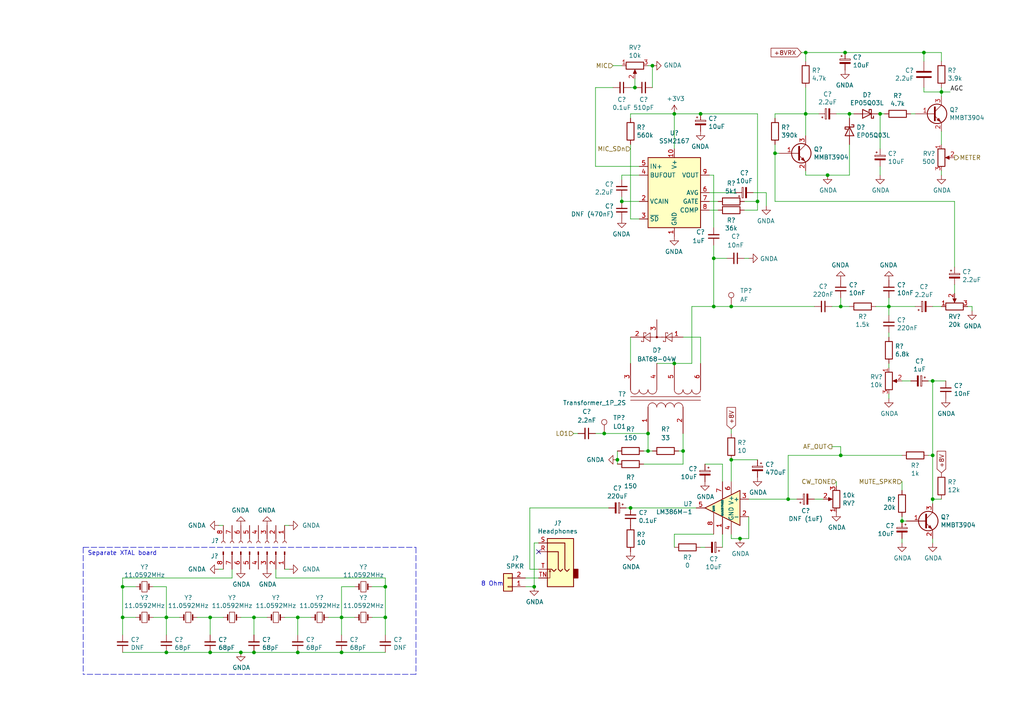
<source format=kicad_sch>
(kicad_sch (version 20211123) (generator eeschema)

  (uuid 0e592cd4-1950-44ef-9727-8e526f4c4e12)

  (paper "A4")

  (title_block
    (title "DART-70 TRX")
    (date "2023-01-08")
    (rev "0")
    (company "HB9EGM")
    (comment 1 "A 4m Band SSB/CW Transceiver")
  )

  

  (junction (at 17.78 -17.78) (diameter 0) (color 0 0 0 0)
    (uuid 01c54577-6862-4ca7-bb55-524c2e995aee)
  )
  (junction (at 255.27 33.02) (diameter 0) (color 0 0 0 0)
    (uuid 059f4155-bed3-4fb2-9baa-d569f31b7e5d)
  )
  (junction (at 35.56 170.18) (diameter 0) (color 0 0 0 0)
    (uuid 08e3fbcd-b24c-43b5-a2a5-3ed606084464)
  )
  (junction (at 173.99 274.32) (diameter 0) (color 0 0 0 0)
    (uuid 09433d97-62ec-42de-89f2-7d0b68dc1b9d)
  )
  (junction (at 120.65 269.24) (diameter 0) (color 0 0 0 0)
    (uuid 0c9bbc06-f1c0-4359-8448-9c515b32a886)
  )
  (junction (at 99.06 189.23) (diameter 0) (color 0 0 0 0)
    (uuid 0e565d2a-00bb-4f20-8e2e-0f824e8d2762)
  )
  (junction (at 175.26 125.73) (diameter 0) (color 0 0 0 0)
    (uuid 0ef3d636-5800-4731-9696-28180033db98)
  )
  (junction (at -86.36 36.83) (diameter 0) (color 0 0 0 0)
    (uuid 0fffb828-f291-41d3-a83c-4eaa3df13f3a)
  )
  (junction (at -38.1 15.24) (diameter 0) (color 0 0 0 0)
    (uuid 128a7556-cb3d-406d-b84d-6d9efc7f9ed8)
  )
  (junction (at 207.01 88.9) (diameter 0) (color 0 0 0 0)
    (uuid 18439c56-0971-4f68-9991-b38800110c1b)
  )
  (junction (at 245.11 15.24) (diameter 0) (color 0 0 0 0)
    (uuid 1843d2c0-629c-44e7-8460-03ced60a2111)
  )
  (junction (at -38.1 22.86) (diameter 0) (color 0 0 0 0)
    (uuid 18a9dea8-caa6-40a3-962a-7699d9146e17)
  )
  (junction (at -66.04 114.3) (diameter 0) (color 0 0 0 0)
    (uuid 1aaf34a3-282e-4633-82fa-9d6cdf32efbb)
  )
  (junction (at 69.85 189.23) (diameter 0) (color 0 0 0 0)
    (uuid 210630ed-a720-499f-8ec9-3630627e1e05)
  )
  (junction (at 48.26 189.23) (diameter 0) (color 0 0 0 0)
    (uuid 24fd922c-d488-4d61-b6dc-9d3e359ccc82)
  )
  (junction (at 270.51 110.49) (diameter 0) (color 0 0 0 0)
    (uuid 25247d0c-5910-484b-9651-5750d422a450)
  )
  (junction (at 195.58 33.02) (diameter 0) (color 0 0 0 0)
    (uuid 2792ed93-89db-4e51-99ff-281323e776eb)
  )
  (junction (at 41.91 -10.16) (diameter 0) (color 0 0 0 0)
    (uuid 2af1d271-3c6a-476d-8eba-6b2aab466da3)
  )
  (junction (at 106.68 -27.94) (diameter 0) (color 0 0 0 0)
    (uuid 2c488362-c230-4f6d-82f9-a229b1171a23)
  )
  (junction (at 128.27 285.75) (diameter 0) (color 0 0 0 0)
    (uuid 2e1d63b8-5189-41bb-8b6a-c4ada546b2d5)
  )
  (junction (at 189.23 19.05) (diameter 0) (color 0 0 0 0)
    (uuid 335263d3-7e35-4a9c-83c2-cd71d45f0688)
  )
  (junction (at 175.26 295.91) (diameter 0) (color 0 0 0 0)
    (uuid 33770b56-77ab-4a0c-a675-0ef4f02f8519)
  )
  (junction (at 17.78 -10.16) (diameter 0) (color 0 0 0 0)
    (uuid 34d3baf1-c1a6-463d-a7da-03fde565ea93)
  )
  (junction (at 270.51 132.08) (diameter 0) (color 0 0 0 0)
    (uuid 35506831-8c22-45ab-9b57-69eb0f9ef003)
  )
  (junction (at -71.12 29.21) (diameter 0) (color 0 0 0 0)
    (uuid 3aec5e23-e675-4bcf-9a9e-48cb59d51927)
  )
  (junction (at 179.07 133.35) (diameter 0) (color 0 0 0 0)
    (uuid 40456502-c8ed-47f7-818f-0d55a9bd38e4)
  )
  (junction (at 198.12 276.86) (diameter 0) (color 0 0 0 0)
    (uuid 4223805d-8db1-4df1-b73a-3d99f37f1701)
  )
  (junction (at -63.5 36.83) (diameter 0) (color 0 0 0 0)
    (uuid 45245258-c97a-4586-bc43-2154c85c0ef6)
  )
  (junction (at 35.56 179.07) (diameter 0) (color 0 0 0 0)
    (uuid 460147d8-e4b6-4910-88e9-07d1ddd6c2df)
  )
  (junction (at 212.09 133.35) (diameter 0) (color 0 0 0 0)
    (uuid 47be24ee-e15b-4cee-b84b-350111ac1499)
  )
  (junction (at 48.26 179.07) (diameter 0) (color 0 0 0 0)
    (uuid 4b982f8b-ca29-4ebf-88fc-8a50b24e0802)
  )
  (junction (at 149.86 271.78) (diameter 0) (color 0 0 0 0)
    (uuid 544c9ad7-a0b6-4f88-9dcd-908e3e2acf79)
  )
  (junction (at 52.07 -17.78) (diameter 0) (color 0 0 0 0)
    (uuid 5684e95c-6824-46cf-8e72-881178a51d31)
  )
  (junction (at 143.51 -16.51) (diameter 0) (color 0 0 0 0)
    (uuid 578f33ff-8d12-4136-bb61-e55b7655fa5b)
  )
  (junction (at 137.16 273.05) (diameter 0) (color 0 0 0 0)
    (uuid 5a319d05-1a85-43fe-a179-ebcee7212a03)
  )
  (junction (at -55.88 106.68) (diameter 0) (color 0 0 0 0)
    (uuid 5b29962f-685a-409c-915c-9c4a92ed442a)
  )
  (junction (at 111.76 179.07) (diameter 0) (color 0 0 0 0)
    (uuid 5c4341e3-29f4-4014-ad6b-9b4cb50156a6)
  )
  (junction (at 99.06 179.07) (diameter 0) (color 0 0 0 0)
    (uuid 5dbda758-e74b-4ccf-ad68-495d537d68ba)
  )
  (junction (at 152.4 -16.51) (diameter 0) (color 0 0 0 0)
    (uuid 5ed637ac-40ac-434c-a406-609e25d3658d)
  )
  (junction (at 111.76 170.18) (diameter 0) (color 0 0 0 0)
    (uuid 5fc44bfc-3a32-42f5-89ff-303d655beeb1)
  )
  (junction (at -49.53 36.83) (diameter 0) (color 0 0 0 0)
    (uuid 604495b3-3885-49af-8442-bcf3d7361dc4)
  )
  (junction (at 267.97 15.24) (diameter 0) (color 0 0 0 0)
    (uuid 62ed984b-c070-4de1-bd86-30aeb09fb9cd)
  )
  (junction (at -87.63 36.83) (diameter 0) (color 0 0 0 0)
    (uuid 65e58d89-f213-4051-b36b-7b3454867ad5)
  )
  (junction (at -55.88 119.38) (diameter 0) (color 0 0 0 0)
    (uuid 669e2f76-dce7-4b88-b383-d3587e6cc0cc)
  )
  (junction (at 214.63 156.21) (diameter 0) (color 0 0 0 0)
    (uuid 6ae901e7-3f37-4fdc-9fbb-f82666744826)
  )
  (junction (at 228.6 144.78) (diameter 0) (color 0 0 0 0)
    (uuid 6e24aa9b-c7e6-40f2-905b-b9c541e0e2f6)
  )
  (junction (at 184.15 295.91) (diameter 0) (color 0 0 0 0)
    (uuid 7167e0fb-15b0-446d-969c-ecf63e50097d)
  )
  (junction (at 120.65 278.13) (diameter 0) (color 0 0 0 0)
    (uuid 71aa3829-956e-4ff9-af3f-b06e50ab2b5a)
  )
  (junction (at -71.12 36.83) (diameter 0) (color 0 0 0 0)
    (uuid 72729c20-0465-4f8c-be80-3c22bb337ef7)
  )
  (junction (at -29.21 29.21) (diameter 0) (color 0 0 0 0)
    (uuid 7401f61b-dc36-4f5a-ba3e-b101a22bf1fc)
  )
  (junction (at 184.15 288.29) (diameter 0) (color 0 0 0 0)
    (uuid 7f29ecb0-6265-4d60-8278-7704387a2057)
  )
  (junction (at 195.58 105.41) (diameter 0) (color 0 0 0 0)
    (uuid 8046ec90-89e7-4a9c-be8b-fb945885dd51)
  )
  (junction (at 41.91 -17.78) (diameter 0) (color 0 0 0 0)
    (uuid 825065db-dc11-43e9-aa2e-59e6b2cd21f3)
  )
  (junction (at 31.75 -17.78) (diameter 0) (color 0 0 0 0)
    (uuid 82bf2831-f69a-4cf1-ad28-e7c6c4e8c86f)
  )
  (junction (at 203.2 33.02) (diameter 0) (color 0 0 0 0)
    (uuid 86a34ff8-9697-4394-b32e-9c903027c8af)
  )
  (junction (at 154.94 271.78) (diameter 0) (color 0 0 0 0)
    (uuid 8aab4608-39e8-491a-83a8-7194f36094f1)
  )
  (junction (at 243.84 132.08) (diameter 0) (color 0 0 0 0)
    (uuid 90912a07-8f0d-457a-b78a-1c112c8f2052)
  )
  (junction (at -58.42 36.83) (diameter 0) (color 0 0 0 0)
    (uuid 9116f42f-8d27-4055-8fab-af8b6ed6959f)
  )
  (junction (at 60.96 179.07) (diameter 0) (color 0 0 0 0)
    (uuid 9666bb6a-0c1d-4c92-be6d-94a465ec5c51)
  )
  (junction (at 146.05 264.16) (diameter 0) (color 0 0 0 0)
    (uuid 96ee9b8e-4543-4639-b9ea-44b8baaaf94e)
  )
  (junction (at 128.27 278.13) (diameter 0) (color 0 0 0 0)
    (uuid 9e18f8b3-9e1a-4022-9224-10c12ca8a28d)
  )
  (junction (at 154.94 264.16) (diameter 0) (color 0 0 0 0)
    (uuid 9e5b0177-ea58-4f76-8b57-ff1c6e52d9df)
  )
  (junction (at 261.62 151.13) (diameter 0) (color 0 0 0 0)
    (uuid 9ed54841-4bec-491f-817d-b7e8b25ca06c)
  )
  (junction (at 212.09 88.9) (diameter 0) (color 0 0 0 0)
    (uuid a206e26b-3d12-44e5-9df4-bbbca46c59b6)
  )
  (junction (at 24.13 -17.78) (diameter 0) (color 0 0 0 0)
    (uuid a5dfaf18-d33f-45c4-b76f-2a5051ec9118)
  )
  (junction (at 31.75 -25.4) (diameter 0) (color 0 0 0 0)
    (uuid a6347fea-87e1-4897-bfe2-729d24d2f085)
  )
  (junction (at -58.42 44.45) (diameter 0) (color 0 0 0 0)
    (uuid a6386af6-d744-458e-b19d-8fd97b5ad9f9)
  )
  (junction (at 233.68 15.24) (diameter 0) (color 0 0 0 0)
    (uuid a65cad0c-0ef1-4ea5-a965-4eae7ac1f6af)
  )
  (junction (at 243.84 88.9) (diameter 0) (color 0 0 0 0)
    (uuid a7cad282-51c3-4f24-be5e-311c2c5e959b)
  )
  (junction (at 224.79 44.45) (diameter 0) (color 0 0 0 0)
    (uuid ac0e5582-f44c-4bc2-8ae7-2c3f1115fb00)
  )
  (junction (at 184.15 25.4) (diameter 0) (color 0 0 0 0)
    (uuid ad2d033c-4040-4813-b5da-82cf827f9d86)
  )
  (junction (at 73.66 179.07) (diameter 0) (color 0 0 0 0)
    (uuid ad485fa9-ca4c-467a-b6d9-302ae2ec4eaa)
  )
  (junction (at -86.36 44.45) (diameter 0) (color 0 0 0 0)
    (uuid aeae1c08-0511-41ff-896d-95b95a86eb35)
  )
  (junction (at 73.66 189.23) (diameter 0) (color 0 0 0 0)
    (uuid aed41e50-066a-4d5d-9b35-33c86a58f817)
  )
  (junction (at 198.12 130.81) (diameter 0) (color 0 0 0 0)
    (uuid aff048c9-b0c3-473d-b5b3-6dc50054a49f)
  )
  (junction (at 187.96 125.73) (diameter 0) (color 0 0 0 0)
    (uuid b16fa8fb-e66f-442d-8c29-87b03b3e8cb2)
  )
  (junction (at 39.37 -17.78) (diameter 0) (color 0 0 0 0)
    (uuid b3dbf4ad-71cb-48f5-9655-41b47deeea78)
  )
  (junction (at 219.71 58.42) (diameter 0) (color 0 0 0 0)
    (uuid b6a3e709-356a-4a55-ac00-07ba73afac37)
  )
  (junction (at 149.86 264.16) (diameter 0) (color 0 0 0 0)
    (uuid b7340f23-0eaa-48ae-aea8-b5b53a0ae99a)
  )
  (junction (at 257.81 88.9) (diameter 0) (color 0 0 0 0)
    (uuid b9f8b708-1745-43ec-9646-59495cbc6e07)
  )
  (junction (at -59.69 134.62) (diameter 0) (color 0 0 0 0)
    (uuid c26d7e1d-0511-44b3-9911-466a7132a529)
  )
  (junction (at 207.01 74.93) (diameter 0) (color 0 0 0 0)
    (uuid c26fd779-dfbc-4a6e-bf86-c703b7c32d72)
  )
  (junction (at 86.36 189.23) (diameter 0) (color 0 0 0 0)
    (uuid c8816f2b-d043-4f02-8988-815e5e7435ee)
  )
  (junction (at 120.65 255.27) (diameter 0) (color 0 0 0 0)
    (uuid c8b93f12-bc5c-4ce5-b954-377d903895f1)
  )
  (junction (at 86.36 179.07) (diameter 0) (color 0 0 0 0)
    (uuid ca2ddb3d-eff7-4148-ac57-d5c14ba8be31)
  )
  (junction (at 187.96 130.81) (diameter 0) (color 0 0 0 0)
    (uuid d2d49fd4-2d82-44e3-82f9-8fb8e98c971d)
  )
  (junction (at 60.96 189.23) (diameter 0) (color 0 0 0 0)
    (uuid d3e01bdf-5c14-407f-80a1-1d934fc04fab)
  )
  (junction (at 246.38 33.02) (diameter 0) (color 0 0 0 0)
    (uuid e3903eeb-8b72-4b40-a088-cbbba270c01b)
  )
  (junction (at 182.88 147.32) (diameter 0) (color 0 0 0 0)
    (uuid e75a90f1-d275-4ca6-86ea-4b6dddffab59)
  )
  (junction (at 273.05 26.67) (diameter 0) (color 0 0 0 0)
    (uuid e8558fbd-ea42-43a6-966a-7bd304bdfaad)
  )
  (junction (at 233.68 33.02) (diameter 0) (color 0 0 0 0)
    (uuid eac540a2-0555-4530-b9cb-9b037a65c0a7)
  )
  (junction (at 154.94 170.18) (diameter 0) (color 0 0 0 0)
    (uuid ed92ba08-98ec-48df-9584-41c899a43f78)
  )
  (junction (at 240.03 50.8) (diameter 0) (color 0 0 0 0)
    (uuid f0f3907b-44e3-4106-9f24-d8ce836b6bb0)
  )
  (junction (at 165.1 274.32) (diameter 0) (color 0 0 0 0)
    (uuid f22aae5d-f6eb-438b-9ba4-dcb7ba01f85f)
  )
  (junction (at -78.74 36.83) (diameter 0) (color 0 0 0 0)
    (uuid f8e927af-4836-4b0f-8a57-dbca5a18a442)
  )
  (junction (at 8.89 -17.78) (diameter 0) (color 0 0 0 0)
    (uuid f9570ec9-4338-4208-aee7-369a45a284f8)
  )
  (junction (at 152.4 256.54) (diameter 0) (color 0 0 0 0)
    (uuid fab985e9-e679-4dd8-a59c-e3195d08506a)
  )
  (junction (at 270.51 144.78) (diameter 0) (color 0 0 0 0)
    (uuid fda94f0a-876e-4bf0-ad10-35819851e3e9)
  )
  (junction (at 180.34 58.42) (diameter 0) (color 0 0 0 0)
    (uuid fe2b05f5-675b-44d0-956c-c5829b7c692a)
  )

  (no_connect (at 156.21 160.02) (uuid 97972d9a-c8ac-431f-b1f4-0da8477b5639))

  (wire (pts (xy -38.1 22.86) (xy -38.1 29.21))
    (stroke (width 0) (type default) (color 0 0 0 0))
    (uuid 00185541-0a55-4e62-91d8-99e7a7720d36)
  )
  (wire (pts (xy -86.36 44.45) (xy -95.25 44.45))
    (stroke (width 0) (type default) (color 0 0 0 0))
    (uuid 00627221-b0fd-448e-b5a6-250d249697c2)
  )
  (wire (pts (xy 158.75 269.24) (xy 157.48 269.24))
    (stroke (width 0) (type default) (color 0 0 0 0))
    (uuid 009b0d62-e9ea-4825-9fdf-befd291c76ce)
  )
  (wire (pts (xy 12.7 -26.67) (xy 11.43 -26.67))
    (stroke (width 0) (type default) (color 0 0 0 0))
    (uuid 01106a52-6b7d-40fd-b165-c927be1f6a1d)
  )
  (wire (pts (xy 11.43 -26.67) (xy 11.43 -27.94))
    (stroke (width 0) (type default) (color 0 0 0 0))
    (uuid 01422660-08c8-48f3-98ca-26cbe7f98f5b)
  )
  (wire (pts (xy -58.42 44.45) (xy -49.53 44.45))
    (stroke (width 0) (type default) (color 0 0 0 0))
    (uuid 01600802-66c5-45a2-be7f-4fa2327d845b)
  )
  (wire (pts (xy -72.39 36.83) (xy -71.12 36.83))
    (stroke (width 0) (type default) (color 0 0 0 0))
    (uuid 01657d30-6f8e-4bbd-a3dd-6a0742c69aca)
  )
  (wire (pts (xy 219.71 60.96) (xy 215.9 60.96))
    (stroke (width 0) (type default) (color 0 0 0 0))
    (uuid 01caafb3-af8a-4642-870c-c290b286d040)
  )
  (wire (pts (xy 200.66 105.41) (xy 200.66 88.9))
    (stroke (width 0) (type default) (color 0 0 0 0))
    (uuid 0270e84f-451a-4650-85eb-29bdf02aface)
  )
  (wire (pts (xy 99.06 179.07) (xy 102.87 179.07))
    (stroke (width 0) (type default) (color 0 0 0 0))
    (uuid 042fe62b-53aa-4e86-97d0-9ccb1e16a895)
  )
  (wire (pts (xy 30.48 -17.78) (xy 31.75 -17.78))
    (stroke (width 0) (type default) (color 0 0 0 0))
    (uuid 0452da17-4ccf-4bdc-9fc3-b0a09600bd55)
  )
  (wire (pts (xy 182.88 63.5) (xy 185.42 63.5))
    (stroke (width 0) (type default) (color 0 0 0 0))
    (uuid 04868f85-bc69-4fa9-8e62-d78ffe5ae58e)
  )
  (wire (pts (xy 44.45 170.18) (xy 48.26 170.18))
    (stroke (width 0) (type default) (color 0 0 0 0))
    (uuid 082d865b-0a4e-49c3-b18b-be47fd4a465a)
  )
  (wire (pts (xy -87.63 25.4) (xy -87.63 36.83))
    (stroke (width 0) (type default) (color 0 0 0 0))
    (uuid 08fa8ff6-09a7-484c-b1d9-0e3b7c49bb26)
  )
  (wire (pts (xy 255.27 33.02) (xy 255.27 43.18))
    (stroke (width 0) (type default) (color 0 0 0 0))
    (uuid 09321bf4-1ea1-49b5-b1f9-ac29d6606a74)
  )
  (wire (pts (xy -63.5 36.83) (xy -58.42 36.83))
    (stroke (width 0) (type default) (color 0 0 0 0))
    (uuid 0a83f85d-78ad-480a-a5ba-773caced8f09)
  )
  (wire (pts (xy 207.01 74.93) (xy 207.01 88.9))
    (stroke (width 0) (type default) (color 0 0 0 0))
    (uuid 0b421593-39e8-45d9-a7df-e65734a6468a)
  )
  (wire (pts (xy -90.17 26.67) (xy -90.17 25.4))
    (stroke (width 0) (type default) (color 0 0 0 0))
    (uuid 0dcb5ab5-f291-489d-b2bc-0f0b25b801ee)
  )
  (wire (pts (xy -55.88 106.68) (xy -66.04 106.68))
    (stroke (width 0) (type default) (color 0 0 0 0))
    (uuid 0de7d0e7-c8d5-482b-8e8a-d56acfc6ebd8)
  )
  (wire (pts (xy 233.68 25.4) (xy 233.68 33.02))
    (stroke (width 0) (type default) (color 0 0 0 0))
    (uuid 0e1c6bbc-4cc4-4ce9-b48a-8292bb286da8)
  )
  (wire (pts (xy 222.25 55.88) (xy 218.44 55.88))
    (stroke (width 0) (type default) (color 0 0 0 0))
    (uuid 0ef32369-e37b-408d-9752-7cbb993d9abb)
  )
  (wire (pts (xy 63.5 152.4) (xy 64.77 152.4))
    (stroke (width 0) (type default) (color 0 0 0 0))
    (uuid 0ef33a4f-7d4b-4740-be50-b4eb0bca14f1)
  )
  (wire (pts (xy 276.86 77.47) (xy 276.86 58.42))
    (stroke (width 0) (type default) (color 0 0 0 0))
    (uuid 0fe3ebe2-61a9-477a-a657-d783c4c4d70e)
  )
  (wire (pts (xy 184.15 22.86) (xy 184.15 25.4))
    (stroke (width 0) (type default) (color 0 0 0 0))
    (uuid 100847e3-630c-4c13-ba45-180e92370805)
  )
  (wire (pts (xy 128.27 285.75) (xy 132.08 285.75))
    (stroke (width 0) (type default) (color 0 0 0 0))
    (uuid 10fa1a8c-62cb-4b8f-b916-b18d737ff71b)
  )
  (wire (pts (xy -68.58 114.3) (xy -66.04 114.3))
    (stroke (width 0) (type default) (color 0 0 0 0))
    (uuid 119c633c-175b-4b38-bbc1-1a076032c16e)
  )
  (wire (pts (xy -49.53 34.29) (xy -49.53 36.83))
    (stroke (width 0) (type default) (color 0 0 0 0))
    (uuid 12481f4a-71b0-43a4-a69b-bc048ed999f0)
  )
  (wire (pts (xy -59.69 134.62) (xy -59.69 130.81))
    (stroke (width 0) (type default) (color 0 0 0 0))
    (uuid 127b0e8c-8b10-4db4-b691-908ac98caaf1)
  )
  (wire (pts (xy 273.05 144.78) (xy 270.51 144.78))
    (stroke (width 0) (type default) (color 0 0 0 0))
    (uuid 128cfb34-809d-4606-bf29-7ab91f99e879)
  )
  (wire (pts (xy 195.58 154.94) (xy 207.01 154.94))
    (stroke (width 0) (type default) (color 0 0 0 0))
    (uuid 12c9f3e1-9431-42f8-b6f8-fb6fd35fc1cb)
  )
  (wire (pts (xy 233.68 15.24) (xy 233.68 17.78))
    (stroke (width 0) (type default) (color 0 0 0 0))
    (uuid 16aa2316-1a67-45e5-b6c4-e59dd85814f4)
  )
  (wire (pts (xy 0 -17.78) (xy -2.54 -17.78))
    (stroke (width 0) (type default) (color 0 0 0 0))
    (uuid 16d5bf81-590a-4149-97e0-64f3b3ad6f52)
  )
  (wire (pts (xy 142.24 264.16) (xy 146.05 264.16))
    (stroke (width 0) (type default) (color 0 0 0 0))
    (uuid 173fd4a7-b485-4e9d-8724-470865466784)
  )
  (wire (pts (xy 52.07 -27.94) (xy 52.07 -17.78))
    (stroke (width 0) (type default) (color 0 0 0 0))
    (uuid 17adff9d-c581-42e4-b552-035b922b5256)
  )
  (wire (pts (xy 264.16 33.02) (xy 265.43 33.02))
    (stroke (width 0) (type default) (color 0 0 0 0))
    (uuid 1a1da3ab-0792-420a-a2dd-c670f9cd52e8)
  )
  (wire (pts (xy 261.62 157.48) (xy 261.62 156.21))
    (stroke (width 0) (type default) (color 0 0 0 0))
    (uuid 1a85ffd6-ef8b-418f-990e-456d1ffab00e)
  )
  (wire (pts (xy 224.79 33.02) (xy 233.68 33.02))
    (stroke (width 0) (type default) (color 0 0 0 0))
    (uuid 1a9f0d73-6986-450b-8da5-dca8d718cd0d)
  )
  (wire (pts (xy 149.86 261.62) (xy 149.86 264.16))
    (stroke (width 0) (type default) (color 0 0 0 0))
    (uuid 1ae3634a-f90f-4c6a-8ba7-b38f98d4ccb2)
  )
  (wire (pts (xy -63.5 36.83) (xy -64.77 36.83))
    (stroke (width 0) (type default) (color 0 0 0 0))
    (uuid 1bb16fed-1537-47fa-90f6-8dc136da5d16)
  )
  (wire (pts (xy 243.84 129.54) (xy 243.84 132.08))
    (stroke (width 0) (type default) (color 0 0 0 0))
    (uuid 1c4dfe58-85b1-467f-8e9d-bdb7a0d0ca8e)
  )
  (wire (pts (xy 190.5 105.41) (xy 195.58 105.41))
    (stroke (width 0) (type default) (color 0 0 0 0))
    (uuid 1c7d7712-fe22-4485-81a9-8e1d043586eb)
  )
  (wire (pts (xy 99.06 269.24) (xy 114.3 269.24))
    (stroke (width 0) (type default) (color 0 0 0 0))
    (uuid 1c7ec62e-d96c-4a0d-ac32-e919b90a3c5b)
  )
  (wire (pts (xy 99.06 189.23) (xy 111.76 189.23))
    (stroke (width 0) (type default) (color 0 0 0 0))
    (uuid 1d8cbdb8-b0d5-4f06-84c8-05770b7e9555)
  )
  (wire (pts (xy 154.94 157.48) (xy 156.21 157.48))
    (stroke (width 0) (type default) (color 0 0 0 0))
    (uuid 1ed7574f-dfd9-48ef-889b-e65459b62f49)
  )
  (wire (pts (xy 228.6 132.08) (xy 228.6 144.78))
    (stroke (width 0) (type default) (color 0 0 0 0))
    (uuid 1f01b2a1-9ae4-4793-9d17-5ed5c0966b9f)
  )
  (wire (pts (xy 48.26 170.18) (xy 48.26 179.07))
    (stroke (width 0) (type default) (color 0 0 0 0))
    (uuid 1fd73780-e017-4e2c-9674-56cb6f09dc2d)
  )
  (wire (pts (xy 80.01 167.64) (xy 111.76 167.64))
    (stroke (width 0) (type default) (color 0 0 0 0))
    (uuid 2163a967-be2d-4344-a94d-f1b8da3dc3a3)
  )
  (wire (pts (xy -52.07 134.62) (xy -59.69 134.62))
    (stroke (width 0) (type default) (color 0 0 0 0))
    (uuid 21c9358c-c2dd-4df5-9cfe-ea9bd0b49374)
  )
  (wire (pts (xy 267.97 25.4) (xy 267.97 26.67))
    (stroke (width 0) (type default) (color 0 0 0 0))
    (uuid 22591446-6d82-47ac-b525-9e9deb496c8c)
  )
  (wire (pts (xy 261.62 139.7) (xy 261.62 142.24))
    (stroke (width 0) (type default) (color 0 0 0 0))
    (uuid 226f524c-89b4-46ed-86fd-c8ea41059fd4)
  )
  (wire (pts (xy 41.91 -11.43) (xy 41.91 -10.16))
    (stroke (width 0) (type default) (color 0 0 0 0))
    (uuid 2276bf47-b441-4aa2-ba22-8213875ce0ee)
  )
  (wire (pts (xy -46.99 15.24) (xy -38.1 15.24))
    (stroke (width 0) (type default) (color 0 0 0 0))
    (uuid 2276e018-ceb6-4356-b3fe-3b8fe418011b)
  )
  (wire (pts (xy 54.61 -26.67) (xy 54.61 -27.94))
    (stroke (width 0) (type default) (color 0 0 0 0))
    (uuid 22fd57c4-481e-4417-b920-694451210da2)
  )
  (wire (pts (xy 120.65 255.27) (xy 120.65 254))
    (stroke (width 0) (type default) (color 0 0 0 0))
    (uuid 24a492d9-25a9-4fba-b51b-3effb576b351)
  )
  (wire (pts (xy 8.89 -16.51) (xy 8.89 -17.78))
    (stroke (width 0) (type default) (color 0 0 0 0))
    (uuid 24d3ee68-60f0-4c8a-a72b-065f1026fd87)
  )
  (wire (pts (xy 154.94 170.18) (xy 154.94 157.48))
    (stroke (width 0) (type default) (color 0 0 0 0))
    (uuid 27b32d30-a0e6-48e4-8f63-c61987047d29)
  )
  (wire (pts (xy 187.96 130.81) (xy 187.96 125.73))
    (stroke (width 0) (type default) (color 0 0 0 0))
    (uuid 27ea6593-968c-4795-b242-4b6b9c343e92)
  )
  (wire (pts (xy 198.12 276.86) (xy 201.93 276.86))
    (stroke (width 0) (type default) (color 0 0 0 0))
    (uuid 28f921ab-5f55-47f8-b726-02e567145cd5)
  )
  (wire (pts (xy 185.42 50.8) (xy 180.34 50.8))
    (stroke (width 0) (type default) (color 0 0 0 0))
    (uuid 2b878984-ad62-40d5-87be-d30f465ae2b3)
  )
  (wire (pts (xy 273.05 41.91) (xy 273.05 38.1))
    (stroke (width 0) (type default) (color 0 0 0 0))
    (uuid 2b894b8a-c098-4d9d-be0f-2ef41dea274e)
  )
  (wire (pts (xy 102.87 170.18) (xy 99.06 170.18))
    (stroke (width 0) (type default) (color 0 0 0 0))
    (uuid 2ba6a5e2-be81-4fda-a558-a7c1489b8584)
  )
  (wire (pts (xy -29.21 35.56) (xy -29.21 36.83))
    (stroke (width 0) (type default) (color 0 0 0 0))
    (uuid 2d617fad-47fe-4db9-836a-4bceb9c31c3b)
  )
  (wire (pts (xy -29.21 30.48) (xy -29.21 29.21))
    (stroke (width 0) (type default) (color 0 0 0 0))
    (uuid 2e36ce87-4661-4b8f-956a-16dc559e1b50)
  )
  (wire (pts (xy 111.76 184.15) (xy 111.76 179.07))
    (stroke (width 0) (type default) (color 0 0 0 0))
    (uuid 2e6b1f7e-e4c3-43a1-ae90-c85aa40696d5)
  )
  (wire (pts (xy 95.25 179.07) (xy 99.06 179.07))
    (stroke (width 0) (type default) (color 0 0 0 0))
    (uuid 2ec9be40-1d5a-4e2d-8a4d-4be2d3c079d5)
  )
  (wire (pts (xy 120.65 293.37) (xy 120.65 278.13))
    (stroke (width 0) (type default) (color 0 0 0 0))
    (uuid 2f33286e-7553-4442-acf0-23c61fcd6ab0)
  )
  (wire (pts (xy 137.16 271.78) (xy 137.16 273.05))
    (stroke (width 0) (type default) (color 0 0 0 0))
    (uuid 2f5467a7-bd49-433c-92f2-60a842e66f7b)
  )
  (wire (pts (xy -59.69 123.19) (xy -59.69 119.38))
    (stroke (width 0) (type default) (color 0 0 0 0))
    (uuid 3019c847-3ccf-490a-9dd6-694227c3fba5)
  )
  (wire (pts (xy -85.09 25.4) (xy -85.09 26.67))
    (stroke (width 0) (type default) (color 0 0 0 0))
    (uuid 30b75c25-1d2c-45e7-83e2-bb3be98f8f83)
  )
  (wire (pts (xy 139.7 273.05) (xy 137.16 273.05))
    (stroke (width 0) (type default) (color 0 0 0 0))
    (uuid 315d2b15-cfe6-4672-b3ad-24773f3df12c)
  )
  (wire (pts (xy -86.36 36.83) (xy -78.74 36.83))
    (stroke (width 0) (type default) (color 0 0 0 0))
    (uuid 321eb03e-d5d7-4c98-9326-4c49d56670ae)
  )
  (wire (pts (xy 261.62 149.86) (xy 261.62 151.13))
    (stroke (width 0) (type default) (color 0 0 0 0))
    (uuid 33891c62-a79f-4243-b776-6be292690ac3)
  )
  (wire (pts (xy 177.8 25.4) (xy 172.72 25.4))
    (stroke (width 0) (type default) (color 0 0 0 0))
    (uuid 33b48673-c959-4510-b6fa-fd3f7bdb00fd)
  )
  (wire (pts (xy 215.9 58.42) (xy 219.71 58.42))
    (stroke (width 0) (type default) (color 0 0 0 0))
    (uuid 33b6dbe8-d555-4f35-a63c-27c75fa09ca7)
  )
  (wire (pts (xy -29.21 116.84) (xy -29.21 119.38))
    (stroke (width 0) (type default) (color 0 0 0 0))
    (uuid 33e40dd5-556d-4de0-ab08-235c61b7ba9f)
  )
  (wire (pts (xy 48.26 184.15) (xy 48.26 179.07))
    (stroke (width 0) (type default) (color 0 0 0 0))
    (uuid 35343f32-90ff-4059-a108-111fb444c3d2)
  )
  (wire (pts (xy 224.79 58.42) (xy 224.79 44.45))
    (stroke (width 0) (type default) (color 0 0 0 0))
    (uuid 35e60fa0-27cf-4d0e-8bab-b364400c08c0)
  )
  (wire (pts (xy 111.76 179.07) (xy 107.95 179.07))
    (stroke (width 0) (type default) (color 0 0 0 0))
    (uuid 36696ac6-2db1-4b52-ae3d-9f3c89d2042f)
  )
  (wire (pts (xy -63.5 29.21) (xy -63.5 36.83))
    (stroke (width 0) (type default) (color 0 0 0 0))
    (uuid 3785b88e-f652-4024-afb0-be4c22cdaea8)
  )
  (wire (pts (xy 154.94 274.32) (xy 154.94 271.78))
    (stroke (width 0) (type default) (color 0 0 0 0))
    (uuid 39125f99-6caa-4e69-9ae5-ca3bd6e3a49c)
  )
  (wire (pts (xy 35.56 167.64) (xy 35.56 170.18))
    (stroke (width 0) (type default) (color 0 0 0 0))
    (uuid 3a274653-eff3-4ffe-9be8-2bfd0950af0a)
  )
  (wire (pts (xy 99.06 269.24) (xy 99.06 292.1))
    (stroke (width 0) (type default) (color 0 0 0 0))
    (uuid 3a568413-17bd-4a87-b1ac-928e77fa1b6a)
  )
  (wire (pts (xy 209.55 134.62) (xy 209.55 139.7))
    (stroke (width 0) (type default) (color 0 0 0 0))
    (uuid 3b5147db-69cc-4871-96a7-79c3437a6213)
  )
  (wire (pts (xy 73.66 179.07) (xy 77.47 179.07))
    (stroke (width 0) (type default) (color 0 0 0 0))
    (uuid 3c11bba2-1b60-442e-87b9-29fc89c74881)
  )
  (wire (pts (xy 199.39 295.91) (xy 227.33 295.91))
    (stroke (width 0) (type default) (color 0 0 0 0))
    (uuid 3c3e78d8-62d7-4020-ae7c-c489234b27d5)
  )
  (wire (pts (xy 242.57 33.02) (xy 246.38 33.02))
    (stroke (width 0) (type default) (color 0 0 0 0))
    (uuid 3f206607-332e-4c96-8963-5302804f476f)
  )
  (wire (pts (xy 281.94 90.17) (xy 281.94 88.9))
    (stroke (width 0) (type default) (color 0 0 0 0))
    (uuid 3f9f133b-59b8-4791-b0ab-6fa861da9e3f)
  )
  (wire (pts (xy 152.4 170.18) (xy 154.94 170.18))
    (stroke (width 0) (type default) (color 0 0 0 0))
    (uuid 40415c49-a61c-4fd6-a3e4-d55a8f8b8c4e)
  )
  (wire (pts (xy 182.88 41.91) (xy 182.88 63.5))
    (stroke (width 0) (type default) (color 0 0 0 0))
    (uuid 4102ae0e-3d75-40cd-957b-0b4db5d3f5ee)
  )
  (wire (pts (xy 273.05 50.8) (xy 273.05 49.53))
    (stroke (width 0) (type default) (color 0 0 0 0))
    (uuid 4116bfc2-eab3-4c29-a983-44eacd9f10f5)
  )
  (wire (pts (xy 99.06 295.91) (xy 175.26 295.91))
    (stroke (width 0) (type default) (color 0 0 0 0))
    (uuid 411f21c0-dcce-4bff-ac0e-7c5571730a65)
  )
  (wire (pts (xy 8.89 -27.94) (xy 8.89 -17.78))
    (stroke (width 0) (type default) (color 0 0 0 0))
    (uuid 41ef6d8e-078c-46e5-a743-15f86f94b1c5)
  )
  (wire (pts (xy 246.38 50.8) (xy 240.03 50.8))
    (stroke (width 0) (type default) (color 0 0 0 0))
    (uuid 4208e41d-1d0a-40b9-bf94-fcbeb6562f9d)
  )
  (wire (pts (xy 203.2 105.41) (xy 203.2 97.79))
    (stroke (width 0) (type default) (color 0 0 0 0))
    (uuid 42591c08-5c9e-4814-b045-a53fad420e74)
  )
  (wire (pts (xy 195.58 276.86) (xy 198.12 276.86))
    (stroke (width 0) (type default) (color 0 0 0 0))
    (uuid 4263a0e8-33fc-439f-9b56-889a4f5d7b26)
  )
  (wire (pts (xy -52.07 119.38) (xy -55.88 119.38))
    (stroke (width 0) (type default) (color 0 0 0 0))
    (uuid 4266f6dc-b108-467a-bc4a-756158b1a271)
  )
  (wire (pts (xy 24.13 -17.78) (xy 25.4 -17.78))
    (stroke (width 0) (type default) (color 0 0 0 0))
    (uuid 42eea0a0-d889-4e4e-980c-c3b6b62767e5)
  )
  (wire (pts (xy 207.01 88.9) (xy 212.09 88.9))
    (stroke (width 0) (type default) (color 0 0 0 0))
    (uuid 448e92b1-151f-421c-9d82-b4284bb66dd9)
  )
  (wire (pts (xy 41.91 -17.78) (xy 52.07 -17.78))
    (stroke (width 0) (type default) (color 0 0 0 0))
    (uuid 44cd273f-f3a1-4b9a-83a6-972b276409e1)
  )
  (wire (pts (xy 257.81 88.9) (xy 257.81 86.36))
    (stroke (width 0) (type default) (color 0 0 0 0))
    (uuid 44e993be-f2df-4e61-a598-dfd6e106a208)
  )
  (wire (pts (xy 86.36 184.15) (xy 86.36 179.07))
    (stroke (width 0) (type default) (color 0 0 0 0))
    (uuid 462f8e7e-09c6-4676-ba4f-fd07b2868aa8)
  )
  (wire (pts (xy -38.1 36.83) (xy -29.21 36.83))
    (stroke (width 0) (type default) (color 0 0 0 0))
    (uuid 4688ff87-8262-46f4-ad96-b5f4e529cfa9)
  )
  (wire (pts (xy 205.74 50.8) (xy 207.01 50.8))
    (stroke (width 0) (type default) (color 0 0 0 0))
    (uuid 46aac001-1e0b-4992-9b6b-7fbd6860af0e)
  )
  (wire (pts (xy 128.27 279.4) (xy 128.27 278.13))
    (stroke (width 0) (type default) (color 0 0 0 0))
    (uuid 47484446-e64c-4a82-88af-15de92cf6ad4)
  )
  (polyline (pts (xy 120.65 158.75) (xy 120.65 195.58))
    (stroke (width 0) (type default) (color 0 0 0 0))
    (uuid 47e3424a-459d-4696-b1ce-e9ec51099a1c)
  )

  (wire (pts (xy 111.76 167.64) (xy 111.76 170.18))
    (stroke (width 0) (type default) (color 0 0 0 0))
    (uuid 47e8fba7-36e4-45b9-a8af-75005a86d254)
  )
  (wire (pts (xy 243.84 132.08) (xy 261.62 132.08))
    (stroke (width 0) (type default) (color 0 0 0 0))
    (uuid 481354ed-51b9-4db2-9835-781681979b4b)
  )
  (wire (pts (xy 212.09 139.7) (xy 212.09 133.35))
    (stroke (width 0) (type default) (color 0 0 0 0))
    (uuid 49b38f13-9789-4c6d-bbd5-2c69a9e19e69)
  )
  (wire (pts (xy 149.86 256.54) (xy 152.4 256.54))
    (stroke (width 0) (type default) (color 0 0 0 0))
    (uuid 4c144ffa-02d0-42da-aef1-f5175cbde9c0)
  )
  (wire (pts (xy 128.27 274.32) (xy 128.27 278.13))
    (stroke (width 0) (type default) (color 0 0 0 0))
    (uuid 4d51bc15-1f84-46be-8e16-e836b10f854e)
  )
  (wire (pts (xy 39.37 -17.78) (xy 41.91 -17.78))
    (stroke (width 0) (type default) (color 0 0 0 0))
    (uuid 4d7ffc75-3dd8-46f7-86f3-405d41c4571a)
  )
  (wire (pts (xy 107.95 170.18) (xy 111.76 170.18))
    (stroke (width 0) (type default) (color 0 0 0 0))
    (uuid 4e43689e-9cf0-4146-b69d-54896ee090d3)
  )
  (wire (pts (xy 261.62 151.13) (xy 262.89 151.13))
    (stroke (width 0) (type default) (color 0 0 0 0))
    (uuid 4e66ba18-389e-4ff9-97c1-8bd8fb047a01)
  )
  (wire (pts (xy 269.24 132.08) (xy 270.51 132.08))
    (stroke (width 0) (type default) (color 0 0 0 0))
    (uuid 504cb9e4-5572-4208-bc9d-30a7efff8b9a)
  )
  (wire (pts (xy 17.78 -10.16) (xy 8.89 -10.16))
    (stroke (width 0) (type default) (color 0 0 0 0))
    (uuid 513c5122-3fbb-44b6-aa2c-74224719f915)
  )
  (wire (pts (xy 217.17 74.93) (xy 215.9 74.93))
    (stroke (width 0) (type default) (color 0 0 0 0))
    (uuid 5160b3d5-0622-412f-84ed-9900be82a5a6)
  )
  (wire (pts (xy 137.16 293.37) (xy 120.65 293.37))
    (stroke (width 0) (type default) (color 0 0 0 0))
    (uuid 5206328f-de7d-41ba-bad8-f1768b7701cb)
  )
  (wire (pts (xy 173.99 274.32) (xy 175.26 274.32))
    (stroke (width 0) (type default) (color 0 0 0 0))
    (uuid 53548090-4b36-44b5-9ef5-2fa214b2fbf4)
  )
  (wire (pts (xy 82.55 165.1) (xy 83.82 165.1))
    (stroke (width 0) (type default) (color 0 0 0 0))
    (uuid 5367530c-ed81-476b-a95e-87df35f5556c)
  )
  (wire (pts (xy 128.27 264.16) (xy 132.08 264.16))
    (stroke (width 0) (type default) (color 0 0 0 0))
    (uuid 53fda1fb-12bd-4536-80e1-aab5c0e3fc58)
  )
  (wire (pts (xy 224.79 44.45) (xy 226.06 44.45))
    (stroke (width 0) (type default) (color 0 0 0 0))
    (uuid 56bbedad-6259-4443-b321-0ffa1f89c336)
  )
  (wire (pts (xy 182.88 97.79) (xy 182.88 105.41))
    (stroke (width 0) (type default) (color 0 0 0 0))
    (uuid 57d8c5b0-8b80-4198-a2ed-4fdaeb3a4ec2)
  )
  (wire (pts (xy 201.93 269.24) (xy 163.83 269.24))
    (stroke (width 0) (type default) (color 0 0 0 0))
    (uuid 583b0bf3-0699-44db-b975-a241ad040fa4)
  )
  (wire (pts (xy 274.32 110.49) (xy 270.51 110.49))
    (stroke (width 0) (type default) (color 0 0 0 0))
    (uuid 59142adb-6887-41fc-851e-9a7f51511d60)
  )
  (wire (pts (xy 48.26 189.23) (xy 60.96 189.23))
    (stroke (width 0) (type default) (color 0 0 0 0))
    (uuid 59ee13a4-660e-47e2-a73a-01cfe11439e9)
  )
  (wire (pts (xy 184.15 295.91) (xy 175.26 295.91))
    (stroke (width 0) (type default) (color 0 0 0 0))
    (uuid 5b86cb50-e2ef-475e-93e3-77fea6b5a690)
  )
  (wire (pts (xy 207.01 50.8) (xy 207.01 66.04))
    (stroke (width 0) (type default) (color 0 0 0 0))
    (uuid 5c60e2fd-e25b-42a0-9a7e-d020a279558a)
  )
  (wire (pts (xy 149.86 271.78) (xy 154.94 271.78))
    (stroke (width 0) (type default) (color 0 0 0 0))
    (uuid 5c9202d7-6a93-43b3-87c0-77347fd72885)
  )
  (wire (pts (xy 165.1 276.86) (xy 165.1 274.32))
    (stroke (width 0) (type default) (color 0 0 0 0))
    (uuid 5cc7655c-62f2-43d2-a7a5-eaa4635dada8)
  )
  (wire (pts (xy 233.68 49.53) (xy 233.68 50.8))
    (stroke (width 0) (type default) (color 0 0 0 0))
    (uuid 5da0928a-9939-439c-bcbe-74de097058a8)
  )
  (wire (pts (xy 182.88 147.32) (xy 181.61 147.32))
    (stroke (width 0) (type default) (color 0 0 0 0))
    (uuid 61eb7a4f-888e-4082-9c74-1d94f58e7c05)
  )
  (wire (pts (xy 254 88.9) (xy 257.81 88.9))
    (stroke (width 0) (type default) (color 0 0 0 0))
    (uuid 6239967a-77bd-4ec9-89cd-e04efd8dbe26)
  )
  (wire (pts (xy -95.25 36.83) (xy -87.63 36.83))
    (stroke (width 0) (type default) (color 0 0 0 0))
    (uuid 628f0a9f-12ce-4a6a-8ea2-8c2cdfc4161e)
  )
  (wire (pts (xy 237.49 33.02) (xy 233.68 33.02))
    (stroke (width 0) (type default) (color 0 0 0 0))
    (uuid 6579642b-a152-47f7-af0e-0d8866bdfcb8)
  )
  (wire (pts (xy 139.7 -16.51) (xy 143.51 -16.51))
    (stroke (width 0) (type default) (color 0 0 0 0))
    (uuid 664ea685-f665-4315-aadf-581a656f41df)
  )
  (wire (pts (xy 35.56 170.18) (xy 39.37 170.18))
    (stroke (width 0) (type default) (color 0 0 0 0))
    (uuid 66e71cd4-32e2-436f-a2c7-cec951b87904)
  )
  (wire (pts (xy 246.38 33.02) (xy 247.65 33.02))
    (stroke (width 0) (type default) (color 0 0 0 0))
    (uuid 68f7174d-ce7a-41b4-89f8-dd7e3ded57a1)
  )
  (wire (pts (xy 209.55 158.75) (xy 209.55 154.94))
    (stroke (width 0) (type default) (color 0 0 0 0))
    (uuid 69f75991-c8c0-49a9-aed8-daa6ca9a5d73)
  )
  (wire (pts (xy 267.97 26.67) (xy 273.05 26.67))
    (stroke (width 0) (type default) (color 0 0 0 0))
    (uuid 6a3aff19-5e5c-466c-80b5-82ab994aaee1)
  )
  (wire (pts (xy 187.96 130.81) (xy 189.23 130.81))
    (stroke (width 0) (type default) (color 0 0 0 0))
    (uuid 6b1812f3-b508-43f1-95f4-dc0b3ab26abc)
  )
  (wire (pts (xy 67.31 167.64) (xy 67.31 165.1))
    (stroke (width 0) (type default) (color 0 0 0 0))
    (uuid 6de42070-f906-4f60-b26b-662ced81e4ea)
  )
  (wire (pts (xy 233.68 33.02) (xy 233.68 39.37))
    (stroke (width 0) (type default) (color 0 0 0 0))
    (uuid 6e416a78-df14-48ee-9842-e6e24081191e)
  )
  (wire (pts (xy 60.96 184.15) (xy 60.96 179.07))
    (stroke (width 0) (type default) (color 0 0 0 0))
    (uuid 6e77d4d6-0239-4c20-98f8-23ae4f71d638)
  )
  (polyline (pts (xy 24.13 158.75) (xy 120.65 158.75))
    (stroke (width 0) (type default) (color 0 0 0 0))
    (uuid 6ee0aee5-dcd6-4c86-9578-66fd2a07923e)
  )

  (wire (pts (xy 182.88 147.32) (xy 201.93 147.32))
    (stroke (width 0) (type default) (color 0 0 0 0))
    (uuid 6f3f676d-a47a-4e8c-8d6e-02275a3490d7)
  )
  (wire (pts (xy 265.43 88.9) (xy 257.81 88.9))
    (stroke (width 0) (type default) (color 0 0 0 0))
    (uuid 6fddc16f-ccc1-4ade-884c-d6efda461da8)
  )
  (wire (pts (xy 212.09 133.35) (xy 219.71 133.35))
    (stroke (width 0) (type default) (color 0 0 0 0))
    (uuid 71079b24-2e2e-494b-a607-86ccdae75c6e)
  )
  (wire (pts (xy -78.74 36.83) (xy -77.47 36.83))
    (stroke (width 0) (type default) (color 0 0 0 0))
    (uuid 72733f59-fc61-4ff2-8fe5-0440be71758a)
  )
  (wire (pts (xy 82.55 152.4) (xy 83.82 152.4))
    (stroke (width 0) (type default) (color 0 0 0 0))
    (uuid 733ef6ba-6e6d-4864-9fb9-5a3c3a2b79b5)
  )
  (wire (pts (xy -46.99 36.83) (xy -46.99 34.29))
    (stroke (width 0) (type default) (color 0 0 0 0))
    (uuid 73fd78b9-9aa5-40d0-adab-1e5886c90dd7)
  )
  (wire (pts (xy 115.57 -27.94) (xy 106.68 -27.94))
    (stroke (width 0) (type default) (color 0 0 0 0))
    (uuid 74096bdc-b668-408c-af3a-b048c20bd605)
  )
  (wire (pts (xy 110.49 255.27) (xy 120.65 255.27))
    (stroke (width 0) (type default) (color 0 0 0 0))
    (uuid 740c9c9e-c377-4082-a7c2-2dfeb8296429)
  )
  (wire (pts (xy 6.35 -17.78) (xy 6.35 -27.94))
    (stroke (width 0) (type default) (color 0 0 0 0))
    (uuid 7410568a-af90-4a4e-a67d-5fd1863e0d95)
  )
  (wire (pts (xy 205.74 60.96) (xy 208.28 60.96))
    (stroke (width 0) (type default) (color 0 0 0 0))
    (uuid 74d2d2c1-d0d5-412f-ab06-bb67df0a3900)
  )
  (wire (pts (xy 257.81 106.68) (xy 257.81 105.41))
    (stroke (width 0) (type default) (color 0 0 0 0))
    (uuid 751752b1-1f0f-490c-ba43-2d34c357b41e)
  )
  (wire (pts (xy 217.17 156.21) (xy 214.63 156.21))
    (stroke (width 0) (type default) (color 0 0 0 0))
    (uuid 7684f860-395c-40b3-8cc0-a644dcdbc220)
  )
  (wire (pts (xy 143.51 -16.51) (xy 144.78 -16.51))
    (stroke (width 0) (type default) (color 0 0 0 0))
    (uuid 771cb5c1-62ba-4cca-999e-cdcbe417213c)
  )
  (wire (pts (xy 24.13 -25.4) (xy 24.13 -17.78))
    (stroke (width 0) (type default) (color 0 0 0 0))
    (uuid 77cfe682-cc36-4979-823b-05ea5f187ba7)
  )
  (polyline (pts (xy 24.13 158.75) (xy 24.13 195.58))
    (stroke (width 0) (type default) (color 0 0 0 0))
    (uuid 77f63278-dd6a-44ad-be59-60e72c5a32f1)
  )

  (wire (pts (xy 245.11 15.24) (xy 267.97 15.24))
    (stroke (width 0) (type default) (color 0 0 0 0))
    (uuid 79bd7607-8381-4bff-b61a-a2c7ffa05fe5)
  )
  (wire (pts (xy 228.6 132.08) (xy 243.84 132.08))
    (stroke (width 0) (type default) (color 0 0 0 0))
    (uuid 7a332b0c-4cba-438b-85c1-9efe2690fb62)
  )
  (wire (pts (xy 57.15 179.07) (xy 60.96 179.07))
    (stroke (width 0) (type default) (color 0 0 0 0))
    (uuid 7b75907b-b2ae-4362-89fa-d520339aaa5c)
  )
  (wire (pts (xy 217.17 144.78) (xy 228.6 144.78))
    (stroke (width 0) (type default) (color 0 0 0 0))
    (uuid 7c3df708-fb44-40cc-b435-cd67e8cec48a)
  )
  (wire (pts (xy 166.37 125.73) (xy 167.64 125.73))
    (stroke (width 0) (type default) (color 0 0 0 0))
    (uuid 7c6e532b-1afd-48d4-9389-2942dcbc7c3c)
  )
  (wire (pts (xy 35.56 189.23) (xy 48.26 189.23))
    (stroke (width 0) (type default) (color 0 0 0 0))
    (uuid 7ce4aab5-8271-4432-a4b1-bff168293b45)
  )
  (wire (pts (xy 154.94 261.62) (xy 154.94 264.16))
    (stroke (width 0) (type default) (color 0 0 0 0))
    (uuid 7d2422a2-6679-4b2f-b253-47eef0da2414)
  )
  (wire (pts (xy 257.81 115.57) (xy 257.81 114.3))
    (stroke (width 0) (type default) (color 0 0 0 0))
    (uuid 7e232027-e1fd-4d55-a751-dd67130d7d22)
  )
  (wire (pts (xy 233.68 15.24) (xy 245.11 15.24))
    (stroke (width 0) (type default) (color 0 0 0 0))
    (uuid 7f4b7c2c-9af8-4317-9338-c2a6d8990ded)
  )
  (wire (pts (xy 137.16 273.05) (xy 137.16 293.37))
    (stroke (width 0) (type default) (color 0 0 0 0))
    (uuid 80ace02d-cb21-4f08-bc25-572a9e56ff99)
  )
  (wire (pts (xy -34.29 113.03) (xy -34.29 119.38))
    (stroke (width 0) (type default) (color 0 0 0 0))
    (uuid 82941cb3-7e8d-4836-8b43-647cd4390ab6)
  )
  (wire (pts (xy 82.55 179.07) (xy 86.36 179.07))
    (stroke (width 0) (type default) (color 0 0 0 0))
    (uuid 83250ce3-cee5-48b2-8a3e-b1e7887d6a15)
  )
  (polyline (pts (xy 120.65 195.58) (xy 24.13 195.58))
    (stroke (width 0) (type default) (color 0 0 0 0))
    (uuid 832aec89-217a-4ba9-b247-80884d79c326)
  )

  (wire (pts (xy 195.58 33.02) (xy 182.88 33.02))
    (stroke (width 0) (type default) (color 0 0 0 0))
    (uuid 84315919-677c-4909-a747-2c92c96d5870)
  )
  (wire (pts (xy -38.1 15.24) (xy -38.1 12.7))
    (stroke (width 0) (type default) (color 0 0 0 0))
    (uuid 84daabe5-262d-44f3-8073-3a5eff98700f)
  )
  (wire (pts (xy 281.94 88.9) (xy 280.67 88.9))
    (stroke (width 0) (type default) (color 0 0 0 0))
    (uuid 85621d90-361e-49b6-9449-b54a16cce021)
  )
  (wire (pts (xy 201.93 284.48) (xy 201.93 279.4))
    (stroke (width 0) (type default) (color 0 0 0 0))
    (uuid 85a22866-16c5-4384-bc0b-22ed5b68a467)
  )
  (wire (pts (xy 24.13 -17.78) (xy 17.78 -17.78))
    (stroke (width 0) (type default) (color 0 0 0 0))
    (uuid 88fb8817-4ee2-4465-a9af-37fedc8b835b)
  )
  (wire (pts (xy 153.67 147.32) (xy 176.53 147.32))
    (stroke (width 0) (type default) (color 0 0 0 0))
    (uuid 899d6960-0494-4e8f-9091-802503c02d1b)
  )
  (wire (pts (xy 104.14 -27.94) (xy 106.68 -27.94))
    (stroke (width 0) (type default) (color 0 0 0 0))
    (uuid 89df70f4-3579-42b9-861e-6beb04a3b25e)
  )
  (wire (pts (xy 124.46 255.27) (xy 120.65 255.27))
    (stroke (width 0) (type default) (color 0 0 0 0))
    (uuid 8afe1dbf-1187-4362-8af8-a90ca839a6b3)
  )
  (wire (pts (xy -58.42 43.18) (xy -58.42 44.45))
    (stroke (width 0) (type default) (color 0 0 0 0))
    (uuid 8afefa03-006b-4e40-b19e-6596c7cc472e)
  )
  (wire (pts (xy 17.78 -17.78) (xy 8.89 -17.78))
    (stroke (width 0) (type default) (color 0 0 0 0))
    (uuid 8b9c1722-a1fd-4391-b4b4-854b2cc1549f)
  )
  (wire (pts (xy 175.26 125.73) (xy 187.96 125.73))
    (stroke (width 0) (type default) (color 0 0 0 0))
    (uuid 8da71e78-9910-4f5c-a9d5-631431fcfea6)
  )
  (wire (pts (xy 255.27 48.26) (xy 255.27 50.8))
    (stroke (width 0) (type default) (color 0 0 0 0))
    (uuid 8ddee80f-a354-4a11-ae03-acb37cf50626)
  )
  (wire (pts (xy 172.72 48.26) (xy 185.42 48.26))
    (stroke (width 0) (type default) (color 0 0 0 0))
    (uuid 8e5a3783-142f-42f6-a215-d0f81a05c5c0)
  )
  (wire (pts (xy 186.69 276.86) (xy 190.5 276.86))
    (stroke (width 0) (type default) (color 0 0 0 0))
    (uuid 8e981540-9cda-414d-abbb-d34e005f000e)
  )
  (wire (pts (xy 195.58 43.18) (xy 195.58 33.02))
    (stroke (width 0) (type default) (color 0 0 0 0))
    (uuid 90207e9d-650a-4c45-b7d5-e506cc85537d)
  )
  (wire (pts (xy 152.4 256.54) (xy 154.94 256.54))
    (stroke (width 0) (type default) (color 0 0 0 0))
    (uuid 905b154b-e92b-469d-b2e2-340d67daddb7)
  )
  (wire (pts (xy 86.36 189.23) (xy 99.06 189.23))
    (stroke (width 0) (type default) (color 0 0 0 0))
    (uuid 90744d5e-9dab-4c38-a84a-09b4f88dc58e)
  )
  (wire (pts (xy -46.99 22.86) (xy -38.1 22.86))
    (stroke (width 0) (type default) (color 0 0 0 0))
    (uuid 90f1070b-d0d3-4d94-9527-f4c1c7006642)
  )
  (wire (pts (xy 175.26 288.29) (xy 175.26 289.56))
    (stroke (width 0) (type default) (color 0 0 0 0))
    (uuid 922b14e9-e5b4-4506-8c7b-f653748d7f34)
  )
  (wire (pts (xy 119.38 269.24) (xy 120.65 269.24))
    (stroke (width 0) (type default) (color 0 0 0 0))
    (uuid 929c74c0-78bf-4efe-a778-fa328e951865)
  )
  (wire (pts (xy 165.1 274.32) (xy 173.99 274.32))
    (stroke (width 0) (type default) (color 0 0 0 0))
    (uuid 937928d4-4dfb-4f2f-91d0-697ec54ac283)
  )
  (wire (pts (xy 111.76 170.18) (xy 111.76 179.07))
    (stroke (width 0) (type default) (color 0 0 0 0))
    (uuid 9466b2ad-bfe1-4ba3-940d-c7a4a7d0a89c)
  )
  (wire (pts (xy 153.67 147.32) (xy 153.67 165.1))
    (stroke (width 0) (type default) (color 0 0 0 0))
    (uuid 94a21413-9821-4587-923e-f37548a5150a)
  )
  (wire (pts (xy 69.85 189.23) (xy 73.66 189.23))
    (stroke (width 0) (type default) (color 0 0 0 0))
    (uuid 9600911d-0df3-419b-8d4a-8d1432a7daf2)
  )
  (wire (pts (xy 106.68 -11.43) (xy 110.49 -11.43))
    (stroke (width 0) (type default) (color 0 0 0 0))
    (uuid 971d1932-4a99-4265-9c76-26e554bde4fe)
  )
  (wire (pts (xy 99.06 170.18) (xy 99.06 179.07))
    (stroke (width 0) (type default) (color 0 0 0 0))
    (uuid 991aff4d-a7d3-4a18-b3d9-53ef56bfa070)
  )
  (wire (pts (xy -44.45 119.38) (xy -44.45 109.22))
    (stroke (width 0) (type default) (color 0 0 0 0))
    (uuid 9ad8e352-005c-4299-8beb-56f3b58c96b7)
  )
  (wire (pts (xy 35.56 179.07) (xy 39.37 179.07))
    (stroke (width 0) (type default) (color 0 0 0 0))
    (uuid 9c0314b1-f82f-432d-95a0-65e191202552)
  )
  (wire (pts (xy 184.15 287.02) (xy 184.15 288.29))
    (stroke (width 0) (type default) (color 0 0 0 0))
    (uuid 9caefee8-6dcd-4815-b6e5-c75999fb9c90)
  )
  (wire (pts (xy 69.85 179.07) (xy 73.66 179.07))
    (stroke (width 0) (type default) (color 0 0 0 0))
    (uuid 9cd1ba63-2087-4000-a5a9-797dad78d993)
  )
  (wire (pts (xy 224.79 58.42) (xy 276.86 58.42))
    (stroke (width 0) (type default) (color 0 0 0 0))
    (uuid 9d2af601-5327-4706-9acb-978b65e95af5)
  )
  (wire (pts (xy -87.63 36.83) (xy -86.36 36.83))
    (stroke (width 0) (type default) (color 0 0 0 0))
    (uuid 9d541d6f-313d-4469-a000-68242c1dd6d6)
  )
  (wire (pts (xy 273.05 27.94) (xy 273.05 26.67))
    (stroke (width 0) (type default) (color 0 0 0 0))
    (uuid 9fa51663-d9ff-42d5-ab2b-c96b6768fc7a)
  )
  (wire (pts (xy 80.01 167.64) (xy 80.01 165.1))
    (stroke (width 0) (type default) (color 0 0 0 0))
    (uuid 9fd9c729-afbc-4d06-ad60-5dc91e23575e)
  )
  (wire (pts (xy 31.75 -17.78) (xy 33.02 -17.78))
    (stroke (width 0) (type default) (color 0 0 0 0))
    (uuid a0e74fdd-2272-42b1-9d9a-65553efcd00a)
  )
  (wire (pts (xy 182.88 25.4) (xy 184.15 25.4))
    (stroke (width 0) (type default) (color 0 0 0 0))
    (uuid a17368fb-646b-4ffd-9057-0994609f8a46)
  )
  (wire (pts (xy 257.81 88.9) (xy 257.81 91.44))
    (stroke (width 0) (type default) (color 0 0 0 0))
    (uuid a2a4b1ad-c51a-492d-9e99-410eec4f55a3)
  )
  (wire (pts (xy 31.75 -25.4) (xy 31.75 -17.78))
    (stroke (width 0) (type default) (color 0 0 0 0))
    (uuid a2f96f4e-d95d-4c20-90ff-804397e6e6ba)
  )
  (wire (pts (xy 189.23 25.4) (xy 189.23 19.05))
    (stroke (width 0) (type default) (color 0 0 0 0))
    (uuid a43f2e19-4e11-4e86-a12a-58a691d6df28)
  )
  (wire (pts (xy -95.25 44.45) (xy -95.25 43.18))
    (stroke (width 0) (type default) (color 0 0 0 0))
    (uuid a543a4a0-b8e2-45a4-be48-7207020a5b1f)
  )
  (wire (pts (xy -71.12 36.83) (xy -69.85 36.83))
    (stroke (width 0) (type default) (color 0 0 0 0))
    (uuid a5fcd820-f4f0-487d-8e2f-6defe7618982)
  )
  (wire (pts (xy 231.14 144.78) (xy 228.6 144.78))
    (stroke (width 0) (type default) (color 0 0 0 0))
    (uuid a6187c22-3622-4a1a-a49a-b21e96986f96)
  )
  (wire (pts (xy -78.74 29.21) (xy -78.74 36.83))
    (stroke (width 0) (type default) (color 0 0 0 0))
    (uuid a6460cc6-b11c-4dff-a0ea-9de680e68ca8)
  )
  (wire (pts (xy -55.88 109.22) (xy -55.88 106.68))
    (stroke (width 0) (type default) (color 0 0 0 0))
    (uuid a7035c1b-863b-4bbf-a32a-6ebba2814e2c)
  )
  (wire (pts (xy 276.86 82.55) (xy 276.86 85.09))
    (stroke (width 0) (type default) (color 0 0 0 0))
    (uuid a9ff0621-eacb-4187-ba89-29f236eec881)
  )
  (wire (pts (xy 243.84 88.9) (xy 243.84 86.36))
    (stroke (width 0) (type default) (color 0 0 0 0))
    (uuid aa0e7fe7-e9c2-477f-bcb2-53a1ebd9e3a6)
  )
  (wire (pts (xy 73.66 189.23) (xy 86.36 189.23))
    (stroke (width 0) (type default) (color 0 0 0 0))
    (uuid aac30e07-9da2-4f15-b289-3ca947351c45)
  )
  (wire (pts (xy 273.05 26.67) (xy 273.05 25.4))
    (stroke (width 0) (type default) (color 0 0 0 0))
    (uuid ab26a42e-b7f6-4a80-b26c-c01085e448c7)
  )
  (wire (pts (xy 153.67 -16.51) (xy 152.4 -16.51))
    (stroke (width 0) (type default) (color 0 0 0 0))
    (uuid acb025c1-3784-47d1-b5e9-772bcda8c549)
  )
  (wire (pts (xy 212.09 156.21) (xy 212.09 154.94))
    (stroke (width 0) (type default) (color 0 0 0 0))
    (uuid acd72527-a657-482d-a530-89a1347375fc)
  )
  (wire (pts (xy 198.12 130.81) (xy 198.12 125.73))
    (stroke (width 0) (type default) (color 0 0 0 0))
    (uuid adc20fd5-160d-4074-a2a0-d235db4fb1b6)
  )
  (wire (pts (xy 35.56 170.18) (xy 35.56 179.07))
    (stroke (width 0) (type default) (color 0 0 0 0))
    (uuid ae4e99a2-9b94-42f4-9ce9-fc49689ab9f0)
  )
  (wire (pts (xy 86.36 179.07) (xy 90.17 179.07))
    (stroke (width 0) (type default) (color 0 0 0 0))
    (uuid b09870ad-8985-4a1c-a7b1-3acb9a1b9282)
  )
  (wire (pts (xy 246.38 34.29) (xy 246.38 33.02))
    (stroke (width 0) (type default) (color 0 0 0 0))
    (uuid b20fb198-6b0b-4cab-9ba8-ea9b46e8088f)
  )
  (wire (pts (xy 41.91 -10.16) (xy 52.07 -10.16))
    (stroke (width 0) (type default) (color 0 0 0 0))
    (uuid b2691466-e53b-4f43-806f-abeb762713f6)
  )
  (wire (pts (xy 120.65 270.51) (xy 120.65 269.24))
    (stroke (width 0) (type default) (color 0 0 0 0))
    (uuid b606e532-e4c7-444d-b9ff-879f52cfde92)
  )
  (wire (pts (xy 44.45 179.07) (xy 48.26 179.07))
    (stroke (width 0) (type default) (color 0 0 0 0))
    (uuid b632afec-1444-4246-8afb-cc14a57567e7)
  )
  (wire (pts (xy 186.69 130.81) (xy 187.96 130.81))
    (stroke (width 0) (type default) (color 0 0 0 0))
    (uuid b669d63e-d4bf-4c93-a4e8-cc50ea29671d)
  )
  (wire (pts (xy 207.01 71.12) (xy 207.01 74.93))
    (stroke (width 0) (type default) (color 0 0 0 0))
    (uuid b71ea2fc-03b3-4a1a-950e-5a040f1be797)
  )
  (wire (pts (xy 35.56 167.64) (xy 67.31 167.64))
    (stroke (width 0) (type default) (color 0 0 0 0))
    (uuid b758cdc4-d8c7-4a13-82b5-33ccb4564ebf)
  )
  (wire (pts (xy 214.63 156.21) (xy 212.09 156.21))
    (stroke (width 0) (type default) (color 0 0 0 0))
    (uuid b7ed4c31-5417-4fb5-9261-7dca42c1c776)
  )
  (wire (pts (xy 99.06 184.15) (xy 99.06 179.07))
    (stroke (width 0) (type default) (color 0 0 0 0))
    (uuid b853d9ac-7829-468f-99ac-dc9996502e94)
  )
  (wire (pts (xy 219.71 58.42) (xy 219.71 60.96))
    (stroke (width 0) (type default) (color 0 0 0 0))
    (uuid ba3f68df-a80d-4363-9b28-2b49507e87bd)
  )
  (wire (pts (xy 5.08 -17.78) (xy 6.35 -17.78))
    (stroke (width 0) (type default) (color 0 0 0 0))
    (uuid baaf14d0-0c5c-4bf0-82d7-5ee71082500d)
  )
  (wire (pts (xy 146.05 271.78) (xy 149.86 271.78))
    (stroke (width 0) (type default) (color 0 0 0 0))
    (uuid bab3431c-ede6-417b-8033-763748a11a9f)
  )
  (wire (pts (xy 269.24 110.49) (xy 270.51 110.49))
    (stroke (width 0) (type default) (color 0 0 0 0))
    (uuid bb5e8a0f-2ed5-4c2a-91b7-cb63c4c66e15)
  )
  (wire (pts (xy 204.47 158.75) (xy 203.2 158.75))
    (stroke (width 0) (type default) (color 0 0 0 0))
    (uuid bb7f3caf-4343-4dcb-b7b2-5479c850c4a2)
  )
  (wire (pts (xy 233.68 50.8) (xy 240.03 50.8))
    (stroke (width 0) (type default) (color 0 0 0 0))
    (uuid bca99a8e-598f-436a-9158-7a050d1f7ca4)
  )
  (wire (pts (xy 35.56 184.15) (xy 35.56 179.07))
    (stroke (width 0) (type default) (color 0 0 0 0))
    (uuid be030c62-e776-405f-97d8-4a4c1aa2e428)
  )
  (wire (pts (xy 152.4 167.64) (xy 156.21 167.64))
    (stroke (width 0) (type default) (color 0 0 0 0))
    (uuid bead2789-cf29-4cdd-ad3a-a7fd6922e223)
  )
  (wire (pts (xy -58.42 38.1) (xy -58.42 36.83))
    (stroke (width 0) (type default) (color 0 0 0 0))
    (uuid bf67f245-1714-4d39-b76d-53f1523ab5f8)
  )
  (wire (pts (xy 60.96 179.07) (xy 64.77 179.07))
    (stroke (width 0) (type default) (color 0 0 0 0))
    (uuid c10ace36-a93c-4c08-ac75-059ef9e1f71c)
  )
  (wire (pts (xy -58.42 36.83) (xy -49.53 36.83))
    (stroke (width 0) (type default) (color 0 0 0 0))
    (uuid c14f4f41-991c-47f8-ba74-4a4e89170acf)
  )
  (wire (pts (xy 73.66 184.15) (xy 73.66 179.07))
    (stroke (width 0) (type default) (color 0 0 0 0))
    (uuid c1518dae-2aaf-4360-9028-98a626546353)
  )
  (wire (pts (xy 267.97 17.78) (xy 267.97 15.24))
    (stroke (width 0) (type default) (color 0 0 0 0))
    (uuid c1fbee58-f474-4414-9110-64abd03ed7c9)
  )
  (wire (pts (xy 184.15 295.91) (xy 194.31 295.91))
    (stroke (width 0) (type default) (color 0 0 0 0))
    (uuid c25b90aa-c787-46a1-8b80-e5b9fd45039a)
  )
  (wire (pts (xy 172.72 125.73) (xy 175.26 125.73))
    (stroke (width 0) (type default) (color 0 0 0 0))
    (uuid c34f5129-9516-486b-b322-ada2d7baa6ba)
  )
  (wire (pts (xy 179.07 133.35) (xy 179.07 134.62))
    (stroke (width 0) (type default) (color 0 0 0 0))
    (uuid c522f050-210d-4ac1-afa4-2df8f97b44da)
  )
  (wire (pts (xy -71.12 29.21) (xy -71.12 36.83))
    (stroke (width 0) (type default) (color 0 0 0 0))
    (uuid c546008e-7661-419e-94b3-0bbb9fd14ec8)
  )
  (wire (pts (xy 219.71 33.02) (xy 219.71 58.42))
    (stroke (width 0) (type default) (color 0 0 0 0))
    (uuid c6d0e6be-376d-4beb-9794-508920a2265a)
  )
  (wire (pts (xy 172.72 25.4) (xy 172.72 48.26))
    (stroke (width 0) (type default) (color 0 0 0 0))
    (uuid c78d97f4-1d1b-46c3-bcbb-8424944a8978)
  )
  (wire (pts (xy 63.5 165.1) (xy 64.77 165.1))
    (stroke (width 0) (type default) (color 0 0 0 0))
    (uuid c7f523d2-7966-4884-9a2c-a5a340a26c59)
  )
  (wire (pts (xy 203.2 33.02) (xy 219.71 33.02))
    (stroke (width 0) (type default) (color 0 0 0 0))
    (uuid ca2c6135-06b9-49ec-b90b-71e52fd66fd1)
  )
  (wire (pts (xy 224.79 34.29) (xy 224.79 33.02))
    (stroke (width 0) (type default) (color 0 0 0 0))
    (uuid cad44c02-7fd2-4e9a-b93a-e1b73d6a3ee6)
  )
  (wire (pts (xy 184.15 288.29) (xy 175.26 288.29))
    (stroke (width 0) (type default) (color 0 0 0 0))
    (uuid cb9ac0e7-73b9-4ed2-8689-9778cfd89978)
  )
  (wire (pts (xy 270.51 157.48) (xy 270.51 156.21))
    (stroke (width 0) (type default) (color 0 0 0 0))
    (uuid cc5561df-9d20-4574-af60-64f10025a0ed)
  )
  (wire (pts (xy -86.36 44.45) (xy -58.42 44.45))
    (stroke (width 0) (type default) (color 0 0 0 0))
    (uuid ccd45da3-3d73-496d-8f2e-5edf69377f63)
  )
  (wire (pts (xy 180.34 50.8) (xy 180.34 52.07))
    (stroke (width 0) (type default) (color 0 0 0 0))
    (uuid cce13a3b-854c-49ae-8b19-551eed5c4f96)
  )
  (wire (pts (xy 128.27 278.13) (xy 132.08 278.13))
    (stroke (width 0) (type default) (color 0 0 0 0))
    (uuid cd48b13f-c989-4ac1-a7f0-053afcd77527)
  )
  (wire (pts (xy 182.88 33.02) (xy 182.88 34.29))
    (stroke (width 0) (type default) (color 0 0 0 0))
    (uuid cd8c6c53-febf-40c1-af77-5373add0fde7)
  )
  (wire (pts (xy 198.12 134.62) (xy 198.12 130.81))
    (stroke (width 0) (type default) (color 0 0 0 0))
    (uuid cddc51f4-d1d7-46e6-8b84-f96621c1c137)
  )
  (wire (pts (xy 60.96 189.23) (xy 69.85 189.23))
    (stroke (width 0) (type default) (color 0 0 0 0))
    (uuid d017347c-cbb9-4df4-89ab-31f58a831157)
  )
  (wire (pts (xy 175.26 294.64) (xy 175.26 295.91))
    (stroke (width 0) (type default) (color 0 0 0 0))
    (uuid d0292983-0ab9-4b24-b3bd-f154f790c7ec)
  )
  (wire (pts (xy 246.38 41.91) (xy 246.38 50.8))
    (stroke (width 0) (type default) (color 0 0 0 0))
    (uuid d1f81642-eb3a-4277-b357-9cbb5a3aa5ac)
  )
  (wire (pts (xy 180.34 58.42) (xy 180.34 57.15))
    (stroke (width 0) (type default) (color 0 0 0 0))
    (uuid d22f8c08-7c7a-481b-96ff-cad6b4c95453)
  )
  (wire (pts (xy 207.01 74.93) (xy 210.82 74.93))
    (stroke (width 0) (type default) (color 0 0 0 0))
    (uuid d241cffa-4d2e-4c28-a2d7-7f95300784c0)
  )
  (wire (pts (xy 275.59 26.67) (xy 273.05 26.67))
    (stroke (width 0) (type default) (color 0 0 0 0))
    (uuid d25a1e45-06d1-4c1c-9b3a-0fd8abd0bfed)
  )
  (wire (pts (xy 224.79 44.45) (xy 224.79 41.91))
    (stroke (width 0) (type default) (color 0 0 0 0))
    (uuid d3db736b-0e33-4126-b950-5488923df40e)
  )
  (wire (pts (xy 267.97 15.24) (xy 273.05 15.24))
    (stroke (width 0) (type default) (color 0 0 0 0))
    (uuid d54fce64-01e8-4f5c-8f34-4e64d47e3402)
  )
  (wire (pts (xy 153.67 165.1) (xy 156.21 165.1))
    (stroke (width 0) (type default) (color 0 0 0 0))
    (uuid d5ad3607-7629-4f44-bfe3-a3b510cd5b14)
  )
  (wire (pts (xy -63.5 114.3) (xy -66.04 114.3))
    (stroke (width 0) (type default) (color 0 0 0 0))
    (uuid d7b67c11-d515-46cf-bcf0-0f0ef2d0158a)
  )
  (wire (pts (xy 242.57 140.97) (xy 242.57 139.7))
    (stroke (width 0) (type default) (color 0 0 0 0))
    (uuid d7de2887-c7b2-4bb7-a339-632f4f906224)
  )
  (wire (pts (xy 195.58 154.94) (xy 195.58 158.75))
    (stroke (width 0) (type default) (color 0 0 0 0))
    (uuid d8932824-bdfc-4009-a7d0-6ff32efa7e1a)
  )
  (wire (pts (xy 49.53 -26.67) (xy 49.53 -27.94))
    (stroke (width 0) (type default) (color 0 0 0 0))
    (uuid da151d0a-a1fa-4865-aa78-eb4b6082fbfd)
  )
  (wire (pts (xy 222.25 59.69) (xy 222.25 55.88))
    (stroke (width 0) (type default) (color 0 0 0 0))
    (uuid da710602-5c6f-4ba5-b461-48eb0116bbbe)
  )
  (wire (pts (xy 241.3 129.54) (xy 243.84 129.54))
    (stroke (width 0) (type default) (color 0 0 0 0))
    (uuid da7eee34-4516-4154-9034-7c9b8e2afe41)
  )
  (wire (pts (xy 116.84 278.13) (xy 120.65 278.13))
    (stroke (width 0) (type default) (color 0 0 0 0))
    (uuid db532ed2-914c-41b4-b389-de2bf235d0a7)
  )
  (wire (pts (xy 200.66 88.9) (xy 207.01 88.9))
    (stroke (width 0) (type default) (color 0 0 0 0))
    (uuid db9c9976-efd7-4ed7-9515-20f370ea4a29)
  )
  (wire (pts (xy 217.17 149.86) (xy 217.17 156.21))
    (stroke (width 0) (type default) (color 0 0 0 0))
    (uuid dbfb14d7-1f97-4dd2-9004-1d129d3b4221)
  )
  (wire (pts (xy 209.55 134.62) (xy 204.47 134.62))
    (stroke (width 0) (type default) (color 0 0 0 0))
    (uuid dc2e4d69-ab4d-4864-999d-7aa340dd63c7)
  )
  (wire (pts (xy 106.68 -27.94) (xy 106.68 -19.05))
    (stroke (width 0) (type default) (color 0 0 0 0))
    (uuid dc628a9d-67e8-4a03-b99f-8cc7a42af6ef)
  )
  (wire (pts (xy -95.25 38.1) (xy -95.25 36.83))
    (stroke (width 0) (type default) (color 0 0 0 0))
    (uuid dd01ca49-c8a2-4580-af9a-2e9bce9769bc)
  )
  (wire (pts (xy 139.7 279.4) (xy 139.7 278.13))
    (stroke (width 0) (type default) (color 0 0 0 0))
    (uuid dd3da890-32ef-4a5a-aea4-e5d2141f1ff1)
  )
  (wire (pts (xy 270.51 88.9) (xy 273.05 88.9))
    (stroke (width 0) (type default) (color 0 0 0 0))
    (uuid dd4f23cd-8f89-457c-8b93-3828f8c20a8d)
  )
  (wire (pts (xy 186.69 134.62) (xy 198.12 134.62))
    (stroke (width 0) (type default) (color 0 0 0 0))
    (uuid dd548bd4-402c-47d2-a4bb-a3d8dceca2ce)
  )
  (wire (pts (xy 128.27 284.48) (xy 128.27 285.75))
    (stroke (width 0) (type default) (color 0 0 0 0))
    (uuid dd5f7736-b8aa-44f2-a044-e514d63d48f3)
  )
  (wire (pts (xy 261.62 110.49) (xy 264.16 110.49))
    (stroke (width 0) (type default) (color 0 0 0 0))
    (uuid de5c2064-b9e1-4057-a8cc-9308019ef4d3)
  )
  (wire (pts (xy 236.22 144.78) (xy 238.76 144.78))
    (stroke (width 0) (type default) (color 0 0 0 0))
    (uuid e1df8cea-32a4-457d-86df-d8e326022a52)
  )
  (wire (pts (xy 255.27 33.02) (xy 256.54 33.02))
    (stroke (width 0) (type default) (color 0 0 0 0))
    (uuid e315fb88-f764-4ec7-a92b-006692d5e26f)
  )
  (wire (pts (xy 48.26 179.07) (xy 52.07 179.07))
    (stroke (width 0) (type default) (color 0 0 0 0))
    (uuid e46ecd61-0bbe-4b9f-a151-a2cacac5967b)
  )
  (wire (pts (xy 257.81 97.79) (xy 257.81 96.52))
    (stroke (width 0) (type default) (color 0 0 0 0))
    (uuid e5889358-36b5-4652-9d71-4d4aa652a144)
  )
  (wire (pts (xy 270.51 132.08) (xy 270.51 144.78))
    (stroke (width 0) (type default) (color 0 0 0 0))
    (uuid e6b8e749-dce0-4716-821f-058d77eed5ce)
  )
  (wire (pts (xy -43.18 36.83) (xy -46.99 36.83))
    (stroke (width 0) (type default) (color 0 0 0 0))
    (uuid e8531c3a-ab79-4096-b3fb-b5b6ae94c3f7)
  )
  (wire (pts (xy 203.2 97.79) (xy 198.12 97.79))
    (stroke (width 0) (type default) (color 0 0 0 0))
    (uuid e869eda3-6fcf-422a-8acc-97b621524622)
  )
  (wire (pts (xy 273.05 17.78) (xy 273.05 15.24))
    (stroke (width 0) (type default) (color 0 0 0 0))
    (uuid e8a49c58-e69f-4870-ab15-e73f66a8d02b)
  )
  (wire (pts (xy 146.05 264.16) (xy 149.86 264.16))
    (stroke (width 0) (type default) (color 0 0 0 0))
    (uuid e8cb6cb3-dd2b-4328-8592-132e369ebb71)
  )
  (wire (pts (xy 232.41 15.24) (xy 233.68 15.24))
    (stroke (width 0) (type default) (color 0 0 0 0))
    (uuid e8e23712-f080-4685-ae22-9028780f7b13)
  )
  (wire (pts (xy 149.86 271.78) (xy 149.86 274.32))
    (stroke (width 0) (type default) (color 0 0 0 0))
    (uuid ea020aa6-c820-47b1-bdf7-82790dcca121)
  )
  (wire (pts (xy 39.37 -25.4) (xy 39.37 -17.78))
    (stroke (width 0) (type default) (color 0 0 0 0))
    (uuid eaab2e59-ff73-4d74-b3d3-7e7c2515083f)
  )
  (wire (pts (xy 270.51 110.49) (xy 270.51 132.08))
    (stroke (width 0) (type default) (color 0 0 0 0))
    (uuid eca8c1f1-6751-4304-8a65-b05952048507)
  )
  (wire (pts (xy 243.84 88.9) (xy 246.38 88.9))
    (stroke (width 0) (type default) (color 0 0 0 0))
    (uuid ed1f5df2-cfb6-4083-a9e5-5d196546ef9b)
  )
  (wire (pts (xy 208.28 58.42) (xy 205.74 58.42))
    (stroke (width 0) (type default) (color 0 0 0 0))
    (uuid ee4527a8-96f7-423b-b0eb-5c3b1bed75f9)
  )
  (wire (pts (xy 38.1 -17.78) (xy 39.37 -17.78))
    (stroke (width 0) (type default) (color 0 0 0 0))
    (uuid ee6e4a23-bb7c-4f28-ab56-3ba1b79e1c04)
  )
  (wire (pts (xy 143.51 -6.35) (xy 143.51 -16.51))
    (stroke (width 0) (type default) (color 0 0 0 0))
    (uuid ee9a2826-2513-480e-a552-3d07af5bf8a5)
  )
  (wire (pts (xy 41.91 -16.51) (xy 41.91 -17.78))
    (stroke (width 0) (type default) (color 0 0 0 0))
    (uuid ef11623e-ea9c-4a76-a028-9fae209a45f2)
  )
  (wire (pts (xy 195.58 33.02) (xy 203.2 33.02))
    (stroke (width 0) (type default) (color 0 0 0 0))
    (uuid efd79052-e146-4d61-9e0a-ba764a5a966b)
  )
  (wire (pts (xy 213.36 55.88) (xy 205.74 55.88))
    (stroke (width 0) (type default) (color 0 0 0 0))
    (uuid f0d5ae26-c535-4a37-9220-b3d08bfeda2f)
  )
  (wire (pts (xy 270.51 144.78) (xy 270.51 146.05))
    (stroke (width 0) (type default) (color 0 0 0 0))
    (uuid f0e6fae4-0008-43ed-8719-bf62839f601f)
  )
  (wire (pts (xy 196.85 130.81) (xy 198.12 130.81))
    (stroke (width 0) (type default) (color 0 0 0 0))
    (uuid f1042c1f-ceed-424a-b3a7-706c6c1e5962)
  )
  (wire (pts (xy 173.99 274.32) (xy 173.99 276.86))
    (stroke (width 0) (type default) (color 0 0 0 0))
    (uuid f16972fb-4b2b-49d7-8715-9f31f5431405)
  )
  (wire (pts (xy 179.07 130.81) (xy 179.07 133.35))
    (stroke (width 0) (type default) (color 0 0 0 0))
    (uuid f19f81a8-ede0-4c59-912f-f59c880071d4)
  )
  (wire (pts (xy 120.65 256.54) (xy 120.65 255.27))
    (stroke (width 0) (type default) (color 0 0 0 0))
    (uuid f240e733-157e-4a15-812f-78f42d8a8322)
  )
  (wire (pts (xy 177.8 19.05) (xy 180.34 19.05))
    (stroke (width 0) (type default) (color 0 0 0 0))
    (uuid f2c43eeb-76da-49f4-b8e6-cd74ebb3190b)
  )
  (wire (pts (xy 212.09 125.73) (xy 212.09 124.46))
    (stroke (width 0) (type default) (color 0 0 0 0))
    (uuid f364b99f-4502-4cba-a96d-4ed35ad108b5)
  )
  (wire (pts (xy 212.09 88.9) (xy 236.22 88.9))
    (stroke (width 0) (type default) (color 0 0 0 0))
    (uuid f4a0c3a4-e3c4-4bb2-835e-38f7b108fe1e)
  )
  (wire (pts (xy -38.1 29.21) (xy -29.21 29.21))
    (stroke (width 0) (type default) (color 0 0 0 0))
    (uuid f4cf6dc4-65fc-4b8e-a0d8-0a9074993d40)
  )
  (wire (pts (xy 185.42 58.42) (xy 180.34 58.42))
    (stroke (width 0) (type default) (color 0 0 0 0))
    (uuid f5a54919-b960-48fc-8517-e9e32dce0bf0)
  )
  (wire (pts (xy 149.86 264.16) (xy 154.94 264.16))
    (stroke (width 0) (type default) (color 0 0 0 0))
    (uuid f630bdcd-b048-45d2-91a0-928349b89dad)
  )
  (wire (pts (xy 157.48 274.32) (xy 154.94 274.32))
    (stroke (width 0) (type default) (color 0 0 0 0))
    (uuid f753d3ee-689c-4dd5-a288-b018ad927185)
  )
  (wire (pts (xy 195.58 105.41) (xy 200.66 105.41))
    (stroke (width 0) (type default) (color 0 0 0 0))
    (uuid f84e63b9-55dc-4093-be5b-5a0855b72cb9)
  )
  (wire (pts (xy 187.96 19.05) (xy 189.23 19.05))
    (stroke (width 0) (type default) (color 0 0 0 0))
    (uuid f87a4771-a0a7-489f-9d85-4574dbea71cc)
  )
  (wire (pts (xy 8.89 -10.16) (xy 8.89 -11.43))
    (stroke (width 0) (type default) (color 0 0 0 0))
    (uuid f99552ce-0729-4ada-aef3-5686270d7c4d)
  )
  (wire (pts (xy -55.88 119.38) (xy -59.69 119.38))
    (stroke (width 0) (type default) (color 0 0 0 0))
    (uuid fb4e7351-d265-4999-adf6-bc7596c21cf3)
  )
  (wire (pts (xy 120.65 264.16) (xy 120.65 269.24))
    (stroke (width 0) (type default) (color 0 0 0 0))
    (uuid fc13962a-a464-4fa2-b9a6-4c26667104ee)
  )
  (wire (pts (xy 17.78 -10.16) (xy 41.91 -10.16))
    (stroke (width 0) (type default) (color 0 0 0 0))
    (uuid fc80fa5b-8c07-4dda-8002-331dcafd556b)
  )
  (wire (pts (xy 241.3 88.9) (xy 243.84 88.9))
    (stroke (width 0) (type default) (color 0 0 0 0))
    (uuid fe431a80-868e-482d-aa91-c96eb8387d6a)
  )

  (text "3rd order Elliptic Bandpass\n26MHz - 29.6MHz cutoff\n0.3dB ripple, -40dB stopband\nE12 values\n\n28 to 32.4 MHz, use same inductors, but\n1nF, 100pF, 150pF, 1nF"
    (at -86.36 64.77 0)
    (effects (font (size 1.27 1.27)) (justify left bottom))
    (uuid 1d801ac4-6429-45d9-ad70-9dd82bd9c030)
  )
  (text "In case the balance upsetting\nLO leakage trick doesn't work"
    (at -156.21 -21.59 0)
    (effects (font (size 0.9906 0.9906)) (justify left bottom))
    (uuid 2d4ba971-ddd9-4f08-ae0a-4bc49faa5143)
  )
  (text "8 Ohm" (at 146.05 170.18 180)
    (effects (font (size 1.27 1.27)) (justify right bottom))
    (uuid 3afae848-3ba1-40f3-a73d-cfa98c2ff8b2)
  )
  (text "old mixer power" (at 110.49 -33.02 0)
    (effects (font (size 3 3)) (justify left bottom))
    (uuid 63788236-9f83-4c90-a535-c13f8c20c470)
  )
  (text "TODO\nMic muting on RX\nLess clicky SPK muting\nRecalculate all filters, and stop using elliptical.\nMove XTAL filter to header\nDefine how to do CW\nSeparate XTAL filter in/out better\nReplace mixers\nRethink IF chain\n\nDone\nQER XTAL filter"
    (at -104.14 -41.91 0)
    (effects (font (size 3 3) bold) (justify left bottom))
    (uuid 74c68bd1-c5af-4a14-af9a-5d066dace5fa)
  )
  (text "HF Freq = \nLO1 - 4.9152MHz" (at -81.28 16.51 0)
    (effects (font (size 1.27 1.27)) (justify left bottom))
    (uuid 90fa0465-7fe5-474b-8e7c-9f955c02a0f6)
  )
  (text "3rd order Elliptic Bandpass\n26MHz - 29.6MHz cutoff\n0.3dB ripple, -40dB stopband\nE12 values"
    (at 15.24 -31.75 0)
    (effects (font (size 1.27 1.27)) (justify left bottom))
    (uuid 9812a82a-67c8-4c7e-8eb9-2d5188d40486)
  )
  (text "Handle CW like the uBitx, in the 2nd mixer:\n The BFO as disabled\n The first oscillator is moved to the actual transmit frequency\n A DC bias is fed to the first mixer to upset the balance and allow the first oscillator to leak to the RF power chain.\n The CW sidetone is generated from the microcontroller and injected into the audio amplifier\n"
    (at -128.27 -16.51 0)
    (effects (font (size 1.1938 1.1938)) (justify left bottom))
    (uuid 9fbabfd5-5316-4dcb-8d99-3c53b9c69880)
  )
  (text "Separate XTAL board" (at 25.4 161.29 0)
    (effects (font (size 1.27 1.27)) (justify left bottom))
    (uuid a7631389-fdfe-419d-a660-bf2d393960ca)
  )
  (text "SPK click\nLM386 is wired as 46dB gain\n\nLM4865 (20dB gain) + gain stage\nand volume control like\nhttps://www.mikrocontroller.net/attachment/315502/Zwischenablage01.png\nhttps://mbonnin.net/posts/2011-01-05_bwaaaaaaaaaaaaaaalarm-clock/lm386.png\n\nhttps://groups.io/g/BITX20/topic/4995877"
    (at 17.78 -86.36 0)
    (effects (font (size 1.27 1.27)) (justify left bottom))
    (uuid cda82bf1-f524-441f-907e-99edaa986a53)
  )
  (text "Either 33k fix or\npotentiometer\non IFGAIN" (at 99.06 245.11 0)
    (effects (font (size 0.9906 0.9906)) (justify left bottom))
    (uuid cec22d4a-eda3-4d50-8609-c3a123c120be)
  )
  (text "200mVpp" (at 182.88 280.67 0)
    (effects (font (size 1.27 1.27)) (justify left bottom))
    (uuid e7f989f7-95da-4be3-9e33-743523ae1ee0)
  )
  (text "Headers allow plug-in filters\notherwise place jumper btw\npins 1 and 2"
    (at -81.28 24.13 0)
    (effects (font (size 0.9906 0.9906)) (justify left bottom))
    (uuid f88265e8-a27a-4259-b3ad-7df91a571c60)
  )

  (label "MIC_OUT" (at -147.32 -16.51 180)
    (effects (font (size 1.27 1.27)) (justify right bottom))
    (uuid 3b199d04-ad2b-4bc0-b66c-8629e7796fdd)
  )
  (label "AGC" (at 121.92 293.37 0)
    (effects (font (size 1.27 1.27)) (justify left bottom))
    (uuid 6ba19f6c-fa3a-4bf3-8c57-119de0f02b65)
  )
  (label "AGC" (at 275.59 26.67 0)
    (effects (font (size 1.27 1.27)) (justify left bottom))
    (uuid f61adca3-c1e4-457e-8212-9dc978cabab5)
  )

  (global_label "+8V" (shape input) (at 104.14 -27.94 180) (fields_autoplaced)
    (effects (font (size 1.27 1.27)) (justify right))
    (uuid 25ca9482-069d-43de-b77e-6f2ad77fa017)
    (property "Intersheet References" "${INTERSHEET_REFS}" (id 0) (at 16.51 -41.91 0)
      (effects (font (size 1.27 1.27)) hide)
    )
  )
  (global_label "+8VRX" (shape input) (at -85.09 26.67 0) (fields_autoplaced)
    (effects (font (size 1.27 1.27)) (justify left))
    (uuid 37e43d63-cb41-40f8-97c4-4ee588727924)
    (property "Intersheet References" "${INTERSHEET_REFS}" (id 0) (at -110.49 -1.27 0)
      (effects (font (size 1.27 1.27)) hide)
    )
  )
  (global_label "+8VRX" (shape input) (at 232.41 15.24 180) (fields_autoplaced)
    (effects (font (size 1.27 1.27)) (justify right))
    (uuid 478afa34-e0e2-4584-885c-121c8a802996)
    (property "Intersheet References" "${INTERSHEET_REFS}" (id 0) (at 0 0 0)
      (effects (font (size 1.27 1.27)) hide)
    )
  )
  (global_label "+8V" (shape input) (at 273.05 137.16 90) (fields_autoplaced)
    (effects (font (size 1.27 1.27)) (justify left))
    (uuid 4cbba380-690c-405e-bbfb-a0cd7ef65d0e)
    (property "Intersheet References" "${INTERSHEET_REFS}" (id 0) (at 0 0 0)
      (effects (font (size 1.27 1.27)) hide)
    )
  )
  (global_label "+8VTX" (shape input) (at -38.1 12.7 180) (fields_autoplaced)
    (effects (font (size 1.27 1.27)) (justify right))
    (uuid 69cceaac-6f1b-4182-8e1c-91402953f92a)
    (property "Intersheet References" "${INTERSHEET_REFS}" (id 0) (at -110.49 -1.27 0)
      (effects (font (size 1.27 1.27)) hide)
    )
  )
  (global_label "+8V" (shape input) (at 212.09 124.46 90) (fields_autoplaced)
    (effects (font (size 1.27 1.27)) (justify left))
    (uuid 710852c3-85af-44f2-af12-adc5798f2795)
    (property "Intersheet References" "${INTERSHEET_REFS}" (id 0) (at 0 0 0)
      (effects (font (size 1.27 1.27)) hide)
    )
  )
  (global_label "+8V" (shape input) (at 153.67 -16.51 0) (fields_autoplaced)
    (effects (font (size 1.27 1.27)) (justify left))
    (uuid 84e154cc-34e9-48ac-ab7e-fc52b3bc90d0)
    (property "Intersheet References" "${INTERSHEET_REFS}" (id 0) (at -78.74 -88.9 0)
      (effects (font (size 1.27 1.27)) hide)
    )
  )
  (global_label "+8VRX" (shape input) (at 175.26 274.32 0) (fields_autoplaced)
    (effects (font (size 1.27 1.27)) (justify left))
    (uuid 9b84db75-decc-418f-80b8-9703cc547aae)
    (property "Intersheet References" "${INTERSHEET_REFS}" (id 0) (at -7.62 179.07 0)
      (effects (font (size 1.27 1.27)) hide)
    )
  )
  (global_label "+8VRX" (shape input) (at 184.15 287.02 0) (fields_autoplaced)
    (effects (font (size 1.27 1.27)) (justify left))
    (uuid 9e2ad25e-29e1-4c10-8e33-16d30c4ff9b9)
    (property "Intersheet References" "${INTERSHEET_REFS}" (id 0) (at -7.62 179.07 0)
      (effects (font (size 1.27 1.27)) hide)
    )
  )
  (global_label "+8VTX" (shape input) (at 12.7 -26.67 0) (fields_autoplaced)
    (effects (font (size 1.27 1.27)) (justify left))
    (uuid d7fccf28-3bfa-4b51-bf91-5d4755a0686e)
    (property "Intersheet References" "${INTERSHEET_REFS}" (id 0) (at -105.41 -64.77 0)
      (effects (font (size 1.27 1.27)) hide)
    )
  )

  (hierarchical_label "AF_OUT" (shape output) (at 241.3 129.54 180)
    (effects (font (size 1.27 1.27)) (justify right))
    (uuid 05c4a04b-0442-4e18-9747-3d9fc4a562fe)
  )
  (hierarchical_label "HF_TX" (shape output) (at 54.61 -26.67 270)
    (effects (font (size 1.27 1.27)) (justify right))
    (uuid 062fbe79-da43-4e6a-bd6f-509557f2df9b)
  )
  (hierarchical_label "CW_TONE" (shape input) (at -147.32 -19.05 180)
    (effects (font (size 1.27 1.27)) (justify right))
    (uuid 22312754-c8c2-4400-b598-394e06b2be81)
  )
  (hierarchical_label "LO1" (shape input) (at 166.37 125.73 180)
    (effects (font (size 1.27 1.27)) (justify right))
    (uuid 2d0d333a-99a0-4575-9433-710c8cc7ac0b)
  )
  (hierarchical_label "MIC" (shape input) (at 177.8 19.05 180)
    (effects (font (size 1.27 1.27)) (justify right))
    (uuid 3ce4c631-4e8b-4ee6-a520-34bf7b12880c)
  )
  (hierarchical_label "METER" (shape output) (at 276.86 45.72 0)
    (effects (font (size 1.27 1.27)) (justify left))
    (uuid 51320c8c-9c4a-48b8-a7b8-e2c8d1f2e5ad)
  )
  (hierarchical_label "SWITCH_RELAYn" (shape input) (at -83.82 114.3 180)
    (effects (font (size 1.27 1.27)) (justify right))
    (uuid 57e17378-f1f7-42d0-9ad3-fb44c2d5cdc3)
  )
  (hierarchical_label "HF_RX" (shape input) (at -90.17 26.67 180)
    (effects (font (size 1.27 1.27)) (justify right))
    (uuid 704ba6e6-ee13-4d9d-b544-d836a743bdda)
  )
  (hierarchical_label "MUTE_SPKR" (shape input) (at 261.62 139.7 180)
    (effects (font (size 1.27 1.27)) (justify right))
    (uuid 7147b342-4ca8-4694-a1ec-b615c151a5d0)
  )
  (hierarchical_label "MIC_SDn" (shape input) (at 182.88 43.18 180)
    (effects (font (size 1.27 1.27)) (justify right))
    (uuid 9a88d63d-f7e5-416d-9807-a8e942aef287)
  )
  (hierarchical_label "BFO" (shape input) (at 186.69 276.86 180)
    (effects (font (size 1.27 1.27)) (justify right))
    (uuid b8eb5c02-d344-4431-a592-0e7ad9f9a78f)
  )
  (hierarchical_label "CW_TONE" (shape input) (at 242.57 139.7 180)
    (effects (font (size 1.27 1.27)) (justify right))
    (uuid de91796c-56de-4405-8fcc-748bd6a08e86)
  )

  (symbol (lib_id "Device:C_Small") (at -74.93 36.83 90) (unit 1)
    (in_bom yes) (on_board yes)
    (uuid 00000000-0000-0000-0000-00005e312505)
    (property "Reference" "C?" (id 0) (at -74.93 40.3098 90))
    (property "Value" "120pF" (id 1) (at -74.93 42.6212 90))
    (property "Footprint" "Capacitor_SMD:C_0805_2012Metric" (id 2) (at -74.93 36.83 0)
      (effects (font (size 1.27 1.27)) hide)
    )
    (property "Datasheet" "~" (id 3) (at -74.93 36.83 0)
      (effects (font (size 1.27 1.27)) hide)
    )
    (property "MPN" "VJ0805A121GXXPW1BC" (id 4) (at -74.93 36.83 0)
      (effects (font (size 1.27 1.27)) hide)
    )
    (property "Need_order" "1" (id 5) (at -74.93 36.83 0)
      (effects (font (size 1.27 1.27)) hide)
    )
    (pin "1" (uuid be7c4029-cded-4f0a-92aa-45ca6ff47033))
    (pin "2" (uuid c3d7271c-6e47-4f7e-9640-bbb0cbe0a9ed))
  )

  (symbol (lib_id "Device:C_Small") (at -95.25 40.64 180) (unit 1)
    (in_bom yes) (on_board yes)
    (uuid 00000000-0000-0000-0000-00005e312b4c)
    (property "Reference" "C?" (id 0) (at -92.9132 39.4716 0)
      (effects (font (size 1.27 1.27)) (justify right))
    )
    (property "Value" "1.2nF" (id 1) (at -92.9132 41.783 0)
      (effects (font (size 1.27 1.27)) (justify right))
    )
    (property "Footprint" "Capacitor_SMD:C_0603_1608Metric_Pad1.05x0.95mm_HandSolder" (id 2) (at -95.25 40.64 0)
      (effects (font (size 1.27 1.27)) hide)
    )
    (property "Datasheet" "~" (id 3) (at -95.25 40.64 0)
      (effects (font (size 1.27 1.27)) hide)
    )
    (property "MPN" "VJ0603" (id 4) (at -95.25 40.64 0)
      (effects (font (size 1.27 1.27)) hide)
    )
    (property "Need_order" "0" (id 5) (at -95.25 40.64 0)
      (effects (font (size 1.27 1.27)) hide)
    )
    (pin "1" (uuid 2a6fec64-ecc6-4060-9664-1ac491aee1e5))
    (pin "2" (uuid cbe6ab44-e17e-47c0-a0b6-9ff6e440eee0))
  )

  (symbol (lib_id "power:GNDA") (at -86.36 44.45 0) (unit 1)
    (in_bom yes) (on_board yes)
    (uuid 00000000-0000-0000-0000-00005e316f0c)
    (property "Reference" "#PWR?" (id 0) (at -86.36 50.8 0)
      (effects (font (size 1.27 1.27)) hide)
    )
    (property "Value" "GNDA" (id 1) (at -86.233 48.8442 0))
    (property "Footprint" "" (id 2) (at -86.36 44.45 0)
      (effects (font (size 1.27 1.27)) hide)
    )
    (property "Datasheet" "" (id 3) (at -86.36 44.45 0)
      (effects (font (size 1.27 1.27)) hide)
    )
    (pin "1" (uuid 3e9f6fda-7384-4672-bd7e-31c71416103a))
  )

  (symbol (lib_id "Device:R") (at -38.1 19.05 0) (unit 1)
    (in_bom yes) (on_board yes)
    (uuid 00000000-0000-0000-0000-00005e318e2c)
    (property "Reference" "R?" (id 0) (at -36.322 17.8816 0)
      (effects (font (size 1.27 1.27)) (justify left))
    )
    (property "Value" "1k" (id 1) (at -36.322 20.193 0)
      (effects (font (size 1.27 1.27)) (justify left))
    )
    (property "Footprint" "Resistor_SMD:R_0603_1608Metric_Pad1.05x0.95mm_HandSolder" (id 2) (at -39.878 19.05 90)
      (effects (font (size 1.27 1.27)) hide)
    )
    (property "Datasheet" "~" (id 3) (at -38.1 19.05 0)
      (effects (font (size 1.27 1.27)) hide)
    )
    (property "Need_order" "0" (id 4) (at -38.1 19.05 0)
      (effects (font (size 1.27 1.27)) hide)
    )
    (pin "1" (uuid fd99fc9c-f415-4fc3-ba98-06a13b6ea5ab))
    (pin "2" (uuid c817151f-f542-498d-97f2-d7ebb5b3f4fa))
  )

  (symbol (lib_id "power:GNDA") (at -29.21 21.59 180) (unit 1)
    (in_bom yes) (on_board yes)
    (uuid 00000000-0000-0000-0000-00005e319e0e)
    (property "Reference" "#PWR?" (id 0) (at -29.21 15.24 0)
      (effects (font (size 1.27 1.27)) hide)
    )
    (property "Value" "GNDA" (id 1) (at -29.337 17.1958 0))
    (property "Footprint" "" (id 2) (at -29.21 21.59 0)
      (effects (font (size 1.27 1.27)) hide)
    )
    (property "Datasheet" "" (id 3) (at -29.21 21.59 0)
      (effects (font (size 1.27 1.27)) hide)
    )
    (pin "1" (uuid 0e9bcdc6-86c4-4639-88ff-2f29e7e0fb58))
  )

  (symbol (lib_id "Device:C_Small") (at -40.64 36.83 270) (unit 1)
    (in_bom yes) (on_board yes)
    (uuid 00000000-0000-0000-0000-00005e31a2df)
    (property "Reference" "C?" (id 0) (at -40.64 40.3098 90))
    (property "Value" "2.2nF" (id 1) (at -40.64 42.6212 90))
    (property "Footprint" "Capacitor_SMD:C_0603_1608Metric_Pad1.05x0.95mm_HandSolder" (id 2) (at -40.64 36.83 0)
      (effects (font (size 1.27 1.27)) hide)
    )
    (property "Datasheet" "~" (id 3) (at -40.64 36.83 0)
      (effects (font (size 1.27 1.27)) hide)
    )
    (property "MPN" "stash" (id 4) (at -40.64 36.83 0)
      (effects (font (size 1.27 1.27)) hide)
    )
    (property "Need_order" "0" (id 5) (at -40.64 36.83 0)
      (effects (font (size 1.27 1.27)) hide)
    )
    (pin "1" (uuid 34954b0f-fb02-4ff6-9ce7-25b9223e3851))
    (pin "2" (uuid 31846b0e-2a22-487b-87f2-cf1bcc94a673))
  )

  (symbol (lib_id "Device:C_Small") (at -29.21 33.02 180) (unit 1)
    (in_bom yes) (on_board yes)
    (uuid 00000000-0000-0000-0000-00005e31a93d)
    (property "Reference" "C?" (id 0) (at -26.8732 31.8516 0)
      (effects (font (size 1.27 1.27)) (justify right))
    )
    (property "Value" "0.1uF" (id 1) (at -26.8732 34.163 0)
      (effects (font (size 1.27 1.27)) (justify right))
    )
    (property "Footprint" "Capacitor_SMD:C_0603_1608Metric_Pad1.05x0.95mm_HandSolder" (id 2) (at -29.21 33.02 0)
      (effects (font (size 1.27 1.27)) hide)
    )
    (property "Datasheet" "~" (id 3) (at -29.21 33.02 0)
      (effects (font (size 1.27 1.27)) hide)
    )
    (property "MPN" "GRM188R71H104KA93D" (id 4) (at -29.21 33.02 0)
      (effects (font (size 1.27 1.27)) hide)
    )
    (property "Need_order" "0" (id 5) (at -29.21 33.02 0)
      (effects (font (size 1.27 1.27)) hide)
    )
    (pin "1" (uuid e860b83f-ef5b-4f96-b20d-1cc0f15ba525))
    (pin "2" (uuid 89384f62-e285-41c3-ac03-bc7dae2ad5bf))
  )

  (symbol (lib_id "Device:C_Small") (at 110.49 -8.89 180) (unit 1)
    (in_bom yes) (on_board yes)
    (uuid 00000000-0000-0000-0000-00005e3202cc)
    (property "Reference" "C?" (id 0) (at 112.8268 -10.0584 0)
      (effects (font (size 1.27 1.27)) (justify right))
    )
    (property "Value" "0.1uF" (id 1) (at 112.8268 -7.747 0)
      (effects (font (size 1.27 1.27)) (justify right))
    )
    (property "Footprint" "Capacitor_SMD:C_0603_1608Metric_Pad1.05x0.95mm_HandSolder" (id 2) (at 110.49 -8.89 0)
      (effects (font (size 1.27 1.27)) hide)
    )
    (property "Datasheet" "~" (id 3) (at 110.49 -8.89 0)
      (effects (font (size 1.27 1.27)) hide)
    )
    (property "MPN" "GRM188R71H104KA93D" (id 4) (at 110.49 -8.89 0)
      (effects (font (size 1.27 1.27)) hide)
    )
    (property "Need_order" "0" (id 5) (at 110.49 -8.89 0)
      (effects (font (size 1.27 1.27)) hide)
    )
    (pin "1" (uuid 0c31faf7-4d9d-4476-bcc3-86b2ae91d835))
    (pin "2" (uuid b2c23c78-f75e-47da-933b-dab1c7d5fa3f))
  )

  (symbol (lib_id "power:GNDA") (at 110.49 -6.35 0) (unit 1)
    (in_bom yes) (on_board yes)
    (uuid 00000000-0000-0000-0000-00005e320c31)
    (property "Reference" "#PWR?" (id 0) (at 110.49 0 0)
      (effects (font (size 1.27 1.27)) hide)
    )
    (property "Value" "GNDA" (id 1) (at 110.617 -1.9558 0))
    (property "Footprint" "" (id 2) (at 110.49 -6.35 0)
      (effects (font (size 1.27 1.27)) hide)
    )
    (property "Datasheet" "" (id 3) (at 110.49 -6.35 0)
      (effects (font (size 1.27 1.27)) hide)
    )
    (pin "1" (uuid 90c0de34-ecb3-4176-b44a-3a123c1046e1))
  )

  (symbol (lib_id "Device:C_Small") (at 115.57 -25.4 180) (unit 1)
    (in_bom yes) (on_board yes)
    (uuid 00000000-0000-0000-0000-00005e3222cf)
    (property "Reference" "C?" (id 0) (at 117.9068 -26.5684 0)
      (effects (font (size 1.27 1.27)) (justify right))
    )
    (property "Value" "0.1uF" (id 1) (at 117.9068 -24.257 0)
      (effects (font (size 1.27 1.27)) (justify right))
    )
    (property "Footprint" "Capacitor_SMD:C_0603_1608Metric_Pad1.05x0.95mm_HandSolder" (id 2) (at 115.57 -25.4 0)
      (effects (font (size 1.27 1.27)) hide)
    )
    (property "Datasheet" "~" (id 3) (at 115.57 -25.4 0)
      (effects (font (size 1.27 1.27)) hide)
    )
    (property "MPN" "GRM188R71H104KA93D" (id 4) (at 115.57 -25.4 0)
      (effects (font (size 1.27 1.27)) hide)
    )
    (property "Need_order" "0" (id 5) (at 115.57 -25.4 0)
      (effects (font (size 1.27 1.27)) hide)
    )
    (pin "1" (uuid be5def30-441a-41dc-a04b-08375bb12fca))
    (pin "2" (uuid ebf8619c-eaae-4a66-a855-aa621d3ba819))
  )

  (symbol (lib_id "power:GNDA") (at 115.57 -22.86 0) (unit 1)
    (in_bom yes) (on_board yes)
    (uuid 00000000-0000-0000-0000-00005e322b6e)
    (property "Reference" "#PWR?" (id 0) (at 115.57 -16.51 0)
      (effects (font (size 1.27 1.27)) hide)
    )
    (property "Value" "GNDA" (id 1) (at 115.697 -18.4658 0))
    (property "Footprint" "" (id 2) (at 115.57 -22.86 0)
      (effects (font (size 1.27 1.27)) hide)
    )
    (property "Datasheet" "" (id 3) (at 115.57 -22.86 0)
      (effects (font (size 1.27 1.27)) hide)
    )
    (pin "1" (uuid a907c940-e329-41a7-a3b9-b2b6af3699f7))
  )

  (symbol (lib_id "Device:C_Small") (at 170.18 125.73 270) (unit 1)
    (in_bom yes) (on_board yes) (fields_autoplaced)
    (uuid 00000000-0000-0000-0000-00005e324b86)
    (property "Reference" "C?" (id 0) (at 170.1736 119.38 90))
    (property "Value" "2.2nF" (id 1) (at 170.1736 121.92 90))
    (property "Footprint" "Capacitor_SMD:C_0603_1608Metric_Pad1.05x0.95mm_HandSolder" (id 2) (at 170.18 125.73 0)
      (effects (font (size 1.27 1.27)) hide)
    )
    (property "Datasheet" "~" (id 3) (at 170.18 125.73 0)
      (effects (font (size 1.27 1.27)) hide)
    )
    (property "MPN" "stash" (id 4) (at 170.18 125.73 0)
      (effects (font (size 1.27 1.27)) hide)
    )
    (property "Need_order" "0" (id 5) (at 170.18 125.73 0)
      (effects (font (size 1.27 1.27)) hide)
    )
    (pin "1" (uuid e7575b0a-a21a-4341-950f-08fea3d1bb1e))
    (pin "2" (uuid 6de55029-08b5-4a7b-9f82-234c4057582c))
  )

  (symbol (lib_id "Device:C_Small") (at 2.54 -17.78 270) (unit 1)
    (in_bom yes) (on_board yes)
    (uuid 00000000-0000-0000-0000-00005e334533)
    (property "Reference" "C?" (id 0) (at 2.54 -23.5966 90))
    (property "Value" "2.2nF" (id 1) (at 2.54 -21.2852 90))
    (property "Footprint" "Capacitor_SMD:C_0603_1608Metric_Pad1.05x0.95mm_HandSolder" (id 2) (at 2.54 -17.78 0)
      (effects (font (size 1.27 1.27)) hide)
    )
    (property "Datasheet" "~" (id 3) (at 2.54 -17.78 0)
      (effects (font (size 1.27 1.27)) hide)
    )
    (property "MPN" "stash" (id 4) (at 2.54 -17.78 0)
      (effects (font (size 1.27 1.27)) hide)
    )
    (property "Need_order" "0" (id 5) (at 2.54 -17.78 0)
      (effects (font (size 1.27 1.27)) hide)
    )
    (pin "1" (uuid ca6ecb0d-ae12-4683-81fe-faed0c8bd61e))
    (pin "2" (uuid 68db7ab9-5682-4834-9ea0-4d626578bf47))
  )

  (symbol (lib_id "Device:C_Small") (at 35.56 186.69 180) (unit 1)
    (in_bom yes) (on_board yes)
    (uuid 00000000-0000-0000-0000-00005e348fc2)
    (property "Reference" "C?" (id 0) (at 37.8968 185.5216 0)
      (effects (font (size 1.27 1.27)) (justify right))
    )
    (property "Value" "DNF" (id 1) (at 37.8968 187.833 0)
      (effects (font (size 1.27 1.27)) (justify right))
    )
    (property "Footprint" "Capacitor_SMD:C_0603_1608Metric_Pad1.05x0.95mm_HandSolder" (id 2) (at 35.56 186.69 0)
      (effects (font (size 1.27 1.27)) hide)
    )
    (property "Datasheet" "~" (id 3) (at 35.56 186.69 0)
      (effects (font (size 1.27 1.27)) hide)
    )
    (property "MPN" "" (id 4) (at 35.56 186.69 0)
      (effects (font (size 1.27 1.27)) hide)
    )
    (property "Need_order" "" (id 5) (at 35.56 186.69 0)
      (effects (font (size 1.27 1.27)) hide)
    )
    (pin "1" (uuid 721b9fc3-aa35-42eb-9b4a-e5c0088a1b7e))
    (pin "2" (uuid 39d88a7e-4ec2-446c-92df-1dfb5aad46bc))
  )

  (symbol (lib_id "Device:C_Small") (at 111.76 186.69 180) (unit 1)
    (in_bom yes) (on_board yes)
    (uuid 00000000-0000-0000-0000-00005e3499c6)
    (property "Reference" "C?" (id 0) (at 114.0968 185.5216 0)
      (effects (font (size 1.27 1.27)) (justify right))
    )
    (property "Value" "DNF" (id 1) (at 114.0968 187.833 0)
      (effects (font (size 1.27 1.27)) (justify right))
    )
    (property "Footprint" "Capacitor_SMD:C_0603_1608Metric_Pad1.05x0.95mm_HandSolder" (id 2) (at 111.76 186.69 0)
      (effects (font (size 1.27 1.27)) hide)
    )
    (property "Datasheet" "~" (id 3) (at 111.76 186.69 0)
      (effects (font (size 1.27 1.27)) hide)
    )
    (property "MPN" "" (id 4) (at 111.76 186.69 0)
      (effects (font (size 1.27 1.27)) hide)
    )
    (property "Need_order" "0" (id 5) (at 111.76 186.69 0)
      (effects (font (size 1.27 1.27)) hide)
    )
    (pin "1" (uuid 8756e628-dd24-443f-a36a-1623f1b934e8))
    (pin "2" (uuid 4d9063f6-faee-473b-9291-07dede8bcc11))
  )

  (symbol (lib_id "Device:C_Small") (at 48.26 186.69 180) (unit 1)
    (in_bom yes) (on_board yes)
    (uuid 00000000-0000-0000-0000-00005e349d5b)
    (property "Reference" "C?" (id 0) (at 50.5968 185.5216 0)
      (effects (font (size 1.27 1.27)) (justify right))
    )
    (property "Value" "68pF" (id 1) (at 50.5968 187.833 0)
      (effects (font (size 1.27 1.27)) (justify right))
    )
    (property "Footprint" "Capacitor_SMD:C_0603_1608Metric_Pad1.05x0.95mm_HandSolder" (id 2) (at 48.26 186.69 0)
      (effects (font (size 1.27 1.27)) hide)
    )
    (property "Datasheet" "~" (id 3) (at 48.26 186.69 0)
      (effects (font (size 1.27 1.27)) hide)
    )
    (property "MPN" "" (id 4) (at 48.26 186.69 0)
      (effects (font (size 1.27 1.27)) hide)
    )
    (property "Need_order" "" (id 5) (at 48.26 186.69 0)
      (effects (font (size 1.27 1.27)) hide)
    )
    (pin "1" (uuid cac5a94a-f6c9-4f99-a205-bf7b4100bcc3))
    (pin "2" (uuid b139aaec-473f-40e8-be59-670ef4b51501))
  )

  (symbol (lib_id "Device:Crystal_Small") (at 41.91 179.07 0) (unit 1)
    (in_bom yes) (on_board yes)
    (uuid 00000000-0000-0000-0000-00005e34b1e0)
    (property "Reference" "Y?" (id 0) (at 41.91 173.355 0))
    (property "Value" "11.0592MHz" (id 1) (at 41.91 175.6664 0))
    (property "Footprint" "Crystal:Crystal_SMD_HC49-SD" (id 2) (at 41.91 179.07 0)
      (effects (font (size 1.27 1.27)) hide)
    )
    (property "Datasheet" "" (id 3) (at 41.91 179.07 0)
      (effects (font (size 1.27 1.27)) hide)
    )
    (property "MPN" "" (id 4) (at 41.91 179.07 0)
      (effects (font (size 1.27 1.27)) hide)
    )
    (property "Need_order" "1" (id 5) (at 41.91 179.07 0)
      (effects (font (size 1.27 1.27)) hide)
    )
    (pin "1" (uuid ceae1a21-5377-420e-9600-62f664802aef))
    (pin "2" (uuid 52da654e-8184-43f3-b96f-be891798dc51))
  )

  (symbol (lib_id "Device:Crystal_Small") (at 54.61 179.07 0) (unit 1)
    (in_bom yes) (on_board yes)
    (uuid 00000000-0000-0000-0000-00005e34b5d1)
    (property "Reference" "Y?" (id 0) (at 54.61 173.355 0))
    (property "Value" "11.0592MHz" (id 1) (at 54.61 175.6664 0))
    (property "Footprint" "" (id 2) (at 54.61 179.07 0)
      (effects (font (size 1.27 1.27)) hide)
    )
    (property "Datasheet" "" (id 3) (at 54.61 179.07 0)
      (effects (font (size 1.27 1.27)) hide)
    )
    (property "MPN" "" (id 4) (at 54.61 179.07 0)
      (effects (font (size 1.27 1.27)) hide)
    )
    (property "Need_order" "1" (id 5) (at 54.61 179.07 0)
      (effects (font (size 1.27 1.27)) hide)
    )
    (pin "1" (uuid 1acbf004-08dd-4baf-81e6-7134d2890f6d))
    (pin "2" (uuid ff89d7f3-4e54-42a0-a84c-d29071e8d413))
  )

  (symbol (lib_id "Device:Crystal_Small") (at 67.31 179.07 0) (unit 1)
    (in_bom yes) (on_board yes)
    (uuid 00000000-0000-0000-0000-00005e34b7fc)
    (property "Reference" "Y?" (id 0) (at 67.31 173.355 0))
    (property "Value" "11.0592MHz" (id 1) (at 67.31 175.6664 0))
    (property "Footprint" "Crystal:Crystal_SMD_HC49-SD" (id 2) (at 67.31 179.07 0)
      (effects (font (size 1.27 1.27)) hide)
    )
    (property "Datasheet" "" (id 3) (at 67.31 179.07 0)
      (effects (font (size 1.27 1.27)) hide)
    )
    (property "MPN" "" (id 4) (at 67.31 179.07 0)
      (effects (font (size 1.27 1.27)) hide)
    )
    (property "Need_order" "1" (id 5) (at 67.31 179.07 0)
      (effects (font (size 1.27 1.27)) hide)
    )
    (pin "1" (uuid 39301ce5-d235-4a3f-9b70-c9e4aac21159))
    (pin "2" (uuid 07c4a991-c32d-4396-8b5f-f999aa56c4ca))
  )

  (symbol (lib_id "Device:Crystal_Small") (at 80.01 179.07 0) (unit 1)
    (in_bom yes) (on_board yes)
    (uuid 00000000-0000-0000-0000-00005e34bba5)
    (property "Reference" "Y?" (id 0) (at 80.01 173.355 0))
    (property "Value" "11.0592MHz" (id 1) (at 80.01 175.6664 0))
    (property "Footprint" "Crystal:Crystal_SMD_HC49-SD" (id 2) (at 80.01 179.07 0)
      (effects (font (size 1.27 1.27)) hide)
    )
    (property "Datasheet" "" (id 3) (at 80.01 179.07 0)
      (effects (font (size 1.27 1.27)) hide)
    )
    (property "MPN" "" (id 4) (at 80.01 179.07 0)
      (effects (font (size 1.27 1.27)) hide)
    )
    (property "Need_order" "1" (id 5) (at 80.01 179.07 0)
      (effects (font (size 1.27 1.27)) hide)
    )
    (pin "1" (uuid 2addc150-a616-417e-87c2-d64f7286cb9d))
    (pin "2" (uuid 78446c37-2224-45ff-a200-567c12535d8f))
  )

  (symbol (lib_id "Device:C_Small") (at 116.84 269.24 270) (unit 1)
    (in_bom yes) (on_board yes)
    (uuid 00000000-0000-0000-0000-00005e37bc9e)
    (property "Reference" "C?" (id 0) (at 116.84 263.4234 90))
    (property "Value" "10nF" (id 1) (at 116.84 265.7348 90))
    (property "Footprint" "Capacitor_SMD:C_0805_2012Metric" (id 2) (at 116.84 269.24 0)
      (effects (font (size 1.27 1.27)) hide)
    )
    (property "Datasheet" "~" (id 3) (at 116.84 269.24 0)
      (effects (font (size 1.27 1.27)) hide)
    )
    (property "MPN" "VJ0805A103KXJTBC" (id 4) (at 116.84 269.24 0)
      (effects (font (size 1.27 1.27)) hide)
    )
    (property "Need_order" "1" (id 5) (at 116.84 269.24 0)
      (effects (font (size 1.27 1.27)) hide)
    )
    (pin "1" (uuid a3ebd5c2-9cfa-4a04-831f-16049df6993f))
    (pin "2" (uuid 4f69b5dc-4507-45df-a8dd-5c208342ee5d))
  )

  (symbol (lib_id "Device:R") (at 120.65 274.32 0) (unit 1)
    (in_bom yes) (on_board yes)
    (uuid 00000000-0000-0000-0000-00005e3849cf)
    (property "Reference" "R?" (id 0) (at 122.428 273.1516 0)
      (effects (font (size 1.27 1.27)) (justify left))
    )
    (property "Value" "82k" (id 1) (at 122.428 275.463 0)
      (effects (font (size 1.27 1.27)) (justify left))
    )
    (property "Footprint" "Resistor_SMD:R_0603_1608Metric_Pad1.05x0.95mm_HandSolder" (id 2) (at 118.872 274.32 90)
      (effects (font (size 1.27 1.27)) hide)
    )
    (property "Datasheet" "~" (id 3) (at 120.65 274.32 0)
      (effects (font (size 1.27 1.27)) hide)
    )
    (property "Need_order" "0" (id 4) (at 120.65 274.32 0)
      (effects (font (size 1.27 1.27)) hide)
    )
    (pin "1" (uuid d26182de-6d5e-40ad-a2f5-90a44cc67608))
    (pin "2" (uuid 9e3d22d6-33a3-4ffc-abd3-9890f362a467))
  )

  (symbol (lib_id "Device:C_Small") (at 116.84 280.67 180) (unit 1)
    (in_bom yes) (on_board yes)
    (uuid 00000000-0000-0000-0000-00005e386af0)
    (property "Reference" "C?" (id 0) (at 114.5286 279.5016 0)
      (effects (font (size 1.27 1.27)) (justify left))
    )
    (property "Value" "47nF" (id 1) (at 114.5286 281.813 0)
      (effects (font (size 1.27 1.27)) (justify left))
    )
    (property "Footprint" "Capacitor_SMD:C_0603_1608Metric_Pad1.05x0.95mm_HandSolder" (id 2) (at 116.84 280.67 0)
      (effects (font (size 1.27 1.27)) hide)
    )
    (property "Datasheet" "~" (id 3) (at 116.84 280.67 0)
      (effects (font (size 1.27 1.27)) hide)
    )
    (property "Need_order" "0" (id 4) (at 116.84 280.67 0)
      (effects (font (size 1.27 1.27)) hide)
    )
    (property "MPN" "stash" (id 5) (at 116.84 280.67 0)
      (effects (font (size 1.27 1.27)) hide)
    )
    (pin "1" (uuid 1345de97-1181-453d-9f92-76ba3f3c1d57))
    (pin "2" (uuid 6c7eb93f-da21-44ba-a8bc-16f41723c02b))
  )

  (symbol (lib_id "power:GNDA") (at 116.84 283.21 0) (unit 1)
    (in_bom yes) (on_board yes)
    (uuid 00000000-0000-0000-0000-00005e38ab0e)
    (property "Reference" "#PWR?" (id 0) (at 116.84 289.56 0)
      (effects (font (size 1.27 1.27)) hide)
    )
    (property "Value" "GNDA" (id 1) (at 116.967 287.6042 0))
    (property "Footprint" "" (id 2) (at 116.84 283.21 0)
      (effects (font (size 1.27 1.27)) hide)
    )
    (property "Datasheet" "" (id 3) (at 116.84 283.21 0)
      (effects (font (size 1.27 1.27)) hide)
    )
    (pin "1" (uuid a85aeca1-0921-45df-b639-c362fbdb7f4f))
  )

  (symbol (lib_id "Device:C_Small") (at 128.27 281.94 180) (unit 1)
    (in_bom yes) (on_board yes)
    (uuid 00000000-0000-0000-0000-00005e38dc08)
    (property "Reference" "C?" (id 0) (at 125.9586 280.7716 0)
      (effects (font (size 1.27 1.27)) (justify left))
    )
    (property "Value" "10nF" (id 1) (at 125.9586 283.083 0)
      (effects (font (size 1.27 1.27)) (justify left))
    )
    (property "Footprint" "Capacitor_SMD:C_0805_2012Metric" (id 2) (at 128.27 281.94 0)
      (effects (font (size 1.27 1.27)) hide)
    )
    (property "Datasheet" "~" (id 3) (at 128.27 281.94 0)
      (effects (font (size 1.27 1.27)) hide)
    )
    (property "MPN" "VJ0805A103KXJTBC" (id 4) (at 128.27 281.94 0)
      (effects (font (size 1.27 1.27)) hide)
    )
    (property "Need_order" "1" (id 5) (at 128.27 281.94 0)
      (effects (font (size 1.27 1.27)) hide)
    )
    (pin "1" (uuid fe26a603-caae-4127-9b35-adfc1e367bba))
    (pin "2" (uuid d64e8d8d-dbec-4d37-a484-487b7a33ba5d))
  )

  (symbol (lib_id "Device:R") (at 132.08 281.94 0) (unit 1)
    (in_bom yes) (on_board yes)
    (uuid 00000000-0000-0000-0000-00005e38e23d)
    (property "Reference" "R?" (id 0) (at 133.858 280.7716 0)
      (effects (font (size 1.27 1.27)) (justify left))
    )
    (property "Value" "220" (id 1) (at 133.858 283.083 0)
      (effects (font (size 1.27 1.27)) (justify left))
    )
    (property "Footprint" "Resistor_SMD:R_0603_1608Metric_Pad1.05x0.95mm_HandSolder" (id 2) (at 130.302 281.94 90)
      (effects (font (size 1.27 1.27)) hide)
    )
    (property "Datasheet" "~" (id 3) (at 132.08 281.94 0)
      (effects (font (size 1.27 1.27)) hide)
    )
    (property "Need_order" "0" (id 4) (at 132.08 281.94 0)
      (effects (font (size 1.27 1.27)) hide)
    )
    (pin "1" (uuid 27de0730-032e-44f3-84d0-6b1ca83134fc))
    (pin "2" (uuid 2f7513e0-8e94-46b0-8612-f45491ddd7ef))
  )

  (symbol (lib_id "power:GNDA") (at 128.27 285.75 0) (unit 1)
    (in_bom yes) (on_board yes)
    (uuid 00000000-0000-0000-0000-00005e392908)
    (property "Reference" "#PWR?" (id 0) (at 128.27 292.1 0)
      (effects (font (size 1.27 1.27)) hide)
    )
    (property "Value" "GNDA" (id 1) (at 128.397 290.1442 0))
    (property "Footprint" "" (id 2) (at 128.27 285.75 0)
      (effects (font (size 1.27 1.27)) hide)
    )
    (property "Datasheet" "" (id 3) (at 128.27 285.75 0)
      (effects (font (size 1.27 1.27)) hide)
    )
    (pin "1" (uuid b8be5775-016a-4d4a-bfc6-3bb05f81e919))
  )

  (symbol (lib_id "Device:C_Small") (at 139.7 275.59 180) (unit 1)
    (in_bom yes) (on_board yes)
    (uuid 00000000-0000-0000-0000-00005e397f53)
    (property "Reference" "C?" (id 0) (at 140.97 278.13 0)
      (effects (font (size 1.27 1.27)) (justify right))
    )
    (property "Value" "47nF" (id 1) (at 142.24 280.67 0)
      (effects (font (size 1.27 1.27)) (justify right))
    )
    (property "Footprint" "Capacitor_SMD:C_0603_1608Metric_Pad1.05x0.95mm_HandSolder" (id 2) (at 139.7 275.59 0)
      (effects (font (size 1.27 1.27)) hide)
    )
    (property "Datasheet" "~" (id 3) (at 139.7 275.59 0)
      (effects (font (size 1.27 1.27)) hide)
    )
    (property "Need_order" "0" (id 4) (at 139.7 275.59 0)
      (effects (font (size 1.27 1.27)) hide)
    )
    (property "MPN" "stash" (id 5) (at 139.7 275.59 0)
      (effects (font (size 1.27 1.27)) hide)
    )
    (pin "1" (uuid 30ed833b-55c2-4234-86ec-eb4bc74938f4))
    (pin "2" (uuid 185317f1-5aa5-4d07-a6b0-2da0c5b73d38))
  )

  (symbol (lib_id "power:GNDA") (at 139.7 279.4 0) (unit 1)
    (in_bom yes) (on_board yes)
    (uuid 00000000-0000-0000-0000-00005e39ab1b)
    (property "Reference" "#PWR?" (id 0) (at 139.7 285.75 0)
      (effects (font (size 1.27 1.27)) hide)
    )
    (property "Value" "GNDA" (id 1) (at 139.827 283.7942 0))
    (property "Footprint" "" (id 2) (at 139.7 279.4 0)
      (effects (font (size 1.27 1.27)) hide)
    )
    (property "Datasheet" "" (id 3) (at 139.7 279.4 0)
      (effects (font (size 1.27 1.27)) hide)
    )
    (pin "1" (uuid 27c0977c-9db9-4c13-9a03-678bd99b2f0b))
  )

  (symbol (lib_id "Device:RTRIM") (at 120.65 250.19 0) (unit 1)
    (in_bom yes) (on_board yes)
    (uuid 00000000-0000-0000-0000-00005e39e22f)
    (property "Reference" "R?" (id 0) (at 117.9068 249.0216 0)
      (effects (font (size 1.27 1.27)) (justify right))
    )
    (property "Value" "33k" (id 1) (at 117.9068 251.333 0)
      (effects (font (size 1.27 1.27)) (justify right))
    )
    (property "Footprint" "Resistor_SMD:R_0603_1608Metric_Pad1.05x0.95mm_HandSolder" (id 2) (at 118.872 250.19 90)
      (effects (font (size 1.27 1.27)) hide)
    )
    (property "Datasheet" "~" (id 3) (at 120.65 250.19 0)
      (effects (font (size 1.27 1.27)) hide)
    )
    (property "Need_order" "0" (id 4) (at 120.65 250.19 0)
      (effects (font (size 1.27 1.27)) hide)
    )
    (pin "1" (uuid f4b99cd5-243c-4f87-887c-ef15e80e1030))
    (pin "2" (uuid 68c7db8a-b9c2-47e0-964d-e89a83dbb0e5))
  )

  (symbol (lib_id "power:GNDA") (at 120.65 246.38 180) (unit 1)
    (in_bom yes) (on_board yes)
    (uuid 00000000-0000-0000-0000-00005e39e5b6)
    (property "Reference" "#PWR?" (id 0) (at 120.65 240.03 0)
      (effects (font (size 1.27 1.27)) hide)
    )
    (property "Value" "GNDA" (id 1) (at 120.523 241.9858 0))
    (property "Footprint" "" (id 2) (at 120.65 246.38 0)
      (effects (font (size 1.27 1.27)) hide)
    )
    (property "Datasheet" "" (id 3) (at 120.65 246.38 0)
      (effects (font (size 1.27 1.27)) hide)
    )
    (pin "1" (uuid 0366f74e-7cb9-44f7-a73b-3f6b10584984))
  )

  (symbol (lib_id "Device:R") (at 120.65 260.35 0) (unit 1)
    (in_bom yes) (on_board yes)
    (uuid 00000000-0000-0000-0000-00005e39f128)
    (property "Reference" "R?" (id 0) (at 122.428 259.1816 0)
      (effects (font (size 1.27 1.27)) (justify left))
    )
    (property "Value" "1.5k" (id 1) (at 122.428 261.493 0)
      (effects (font (size 1.27 1.27)) (justify left))
    )
    (property "Footprint" "Resistor_SMD:R_0603_1608Metric_Pad1.05x0.95mm_HandSolder" (id 2) (at 118.872 260.35 90)
      (effects (font (size 1.27 1.27)) hide)
    )
    (property "Datasheet" "~" (id 3) (at 120.65 260.35 0)
      (effects (font (size 1.27 1.27)) hide)
    )
    (property "Need_order" "0" (id 4) (at 120.65 260.35 0)
      (effects (font (size 1.27 1.27)) hide)
    )
    (pin "1" (uuid bcfb525c-4661-4b60-bdef-cd9dda867d58))
    (pin "2" (uuid 1878959e-e5a0-4826-844b-8f80ab886b5a))
  )

  (symbol (lib_id "Device:C_Small") (at 127 255.27 90) (unit 1)
    (in_bom yes) (on_board yes)
    (uuid 00000000-0000-0000-0000-00005e3a5e8f)
    (property "Reference" "C?" (id 0) (at 127 249.4534 90))
    (property "Value" "0.1uF" (id 1) (at 127 251.7648 90))
    (property "Footprint" "Capacitor_SMD:C_0603_1608Metric_Pad1.05x0.95mm_HandSolder" (id 2) (at 127 255.27 0)
      (effects (font (size 1.27 1.27)) hide)
    )
    (property "Datasheet" "~" (id 3) (at 127 255.27 0)
      (effects (font (size 1.27 1.27)) hide)
    )
    (property "MPN" "GRM188R71H104KA93D" (id 4) (at 127 255.27 0)
      (effects (font (size 1.27 1.27)) hide)
    )
    (property "Need_order" "0" (id 5) (at 127 255.27 0)
      (effects (font (size 1.27 1.27)) hide)
    )
    (pin "1" (uuid b5d3863d-0acb-4726-8c5d-0e408bd9e33c))
    (pin "2" (uuid 903a649e-057b-471a-84aa-5e2fe30b21ec))
  )

  (symbol (lib_id "power:GNDA") (at 129.54 255.27 90) (unit 1)
    (in_bom yes) (on_board yes)
    (uuid 00000000-0000-0000-0000-00005e3a8cc8)
    (property "Reference" "#PWR?" (id 0) (at 135.89 255.27 0)
      (effects (font (size 1.27 1.27)) hide)
    )
    (property "Value" "GNDA" (id 1) (at 132.7912 255.143 90)
      (effects (font (size 1.27 1.27)) (justify right))
    )
    (property "Footprint" "" (id 2) (at 129.54 255.27 0)
      (effects (font (size 1.27 1.27)) hide)
    )
    (property "Datasheet" "" (id 3) (at 129.54 255.27 0)
      (effects (font (size 1.27 1.27)) hide)
    )
    (pin "1" (uuid 63c7489d-d453-4c6b-8868-2a574886136d))
  )

  (symbol (lib_id "power:GNDA") (at 69.85 189.23 0) (unit 1)
    (in_bom yes) (on_board yes)
    (uuid 00000000-0000-0000-0000-00005e3a94e5)
    (property "Reference" "#PWR?" (id 0) (at 69.85 195.58 0)
      (effects (font (size 1.27 1.27)) hide)
    )
    (property "Value" "GNDA" (id 1) (at 69.977 193.6242 0))
    (property "Footprint" "" (id 2) (at 69.85 189.23 0)
      (effects (font (size 1.27 1.27)) hide)
    )
    (property "Datasheet" "" (id 3) (at 69.85 189.23 0)
      (effects (font (size 1.27 1.27)) hide)
    )
    (pin "1" (uuid 8c98fed0-59cf-439c-9da3-211c5b1353e2))
  )

  (symbol (lib_id "mpb:L_tapped") (at 154.94 267.97 0) (mirror y) (unit 1)
    (in_bom yes) (on_board yes)
    (uuid 00000000-0000-0000-0000-00005e3ac9c4)
    (property "Reference" "L?" (id 0) (at 153.5938 266.8016 0)
      (effects (font (size 1.27 1.27)) (justify left))
    )
    (property "Value" "4.3uH" (id 1) (at 153.67 269.24 0)
      (effects (font (size 1.27 1.27)) (justify left))
    )
    (property "Footprint" "Transformer_THT:Autotransformer_Toroid_1Tap_Horizontal_D10.5mm_Amidon-T37" (id 2) (at 154.94 267.97 0)
      (effects (font (size 1.27 1.27)) hide)
    )
    (property "Datasheet" "~" (id 3) (at 154.94 267.97 0)
      (effects (font (size 1.27 1.27)) hide)
    )
    (property "Description" "38 loops on T37-6, 244pF, 132 Ohm, 54cm, tap at 19th" (id 4) (at 154.94 267.97 0)
      (effects (font (size 1.27 1.27)) hide)
    )
    (property "MPN" "T37-6" (id 5) (at 154.94 267.97 0)
      (effects (font (size 1.27 1.27)) hide)
    )
    (property "Need_order" "0" (id 6) (at 154.94 267.97 0)
      (effects (font (size 1.27 1.27)) hide)
    )
    (property "OriginalValue" "32 loops on T37-2, 4.1uH , 244pF, 132 Ohm, 47cm, 4/10 wire, tap at 16th" (id 7) (at 154.94 267.97 0)
      (effects (font (size 1.27 1.27)) hide)
    )
    (pin "1" (uuid 44542c12-5049-4f9c-9ea6-fc7bc3291298))
    (pin "2" (uuid fa6a9b7d-4d37-434a-9988-51e7cbe6ce82))
    (pin "3" (uuid c5f7546f-3d61-4fdc-89c5-626dc23e29a6))
  )

  (symbol (lib_id "Device:R") (at 146.05 267.97 0) (unit 1)
    (in_bom yes) (on_board yes)
    (uuid 00000000-0000-0000-0000-00005e3ad73a)
    (property "Reference" "R?" (id 0) (at 142.24 273.05 0)
      (effects (font (size 1.27 1.27)) (justify left))
    )
    (property "Value" "3.3k" (id 1) (at 143.51 275.59 0)
      (effects (font (size 1.27 1.27)) (justify left))
    )
    (property "Footprint" "Resistor_SMD:R_0603_1608Metric_Pad1.05x0.95mm_HandSolder" (id 2) (at 144.272 267.97 90)
      (effects (font (size 1.27 1.27)) hide)
    )
    (property "Datasheet" "~" (id 3) (at 146.05 267.97 0)
      (effects (font (size 1.27 1.27)) hide)
    )
    (property "Need_order" "0" (id 4) (at 146.05 267.97 0)
      (effects (font (size 1.27 1.27)) hide)
    )
    (pin "1" (uuid 8981568a-e0a3-4153-b9a3-2c632ebd312a))
    (pin "2" (uuid 823f5009-69dc-4625-9377-7516b5c0efb3))
  )

  (symbol (lib_id "Device:R") (at 161.29 274.32 90) (unit 1)
    (in_bom yes) (on_board yes)
    (uuid 00000000-0000-0000-0000-00005e3b5136)
    (property "Reference" "R?" (id 0) (at 161.29 277.241 90))
    (property "Value" "100" (id 1) (at 161.29 279.5524 90))
    (property "Footprint" "Resistor_SMD:R_0603_1608Metric_Pad1.05x0.95mm_HandSolder" (id 2) (at 161.29 276.098 90)
      (effects (font (size 1.27 1.27)) hide)
    )
    (property "Datasheet" "~" (id 3) (at 161.29 274.32 0)
      (effects (font (size 1.27 1.27)) hide)
    )
    (property "Need_order" "0" (id 4) (at 161.29 274.32 0)
      (effects (font (size 1.27 1.27)) hide)
    )
    (pin "1" (uuid 21a65b01-4264-41b7-97cf-f5b26cc0ce98))
    (pin "2" (uuid 0c898eec-35c3-4818-a6ac-5aace4b3b6a6))
  )

  (symbol (lib_id "Device:C_Small") (at 149.86 276.86 180) (unit 1)
    (in_bom yes) (on_board yes)
    (uuid 00000000-0000-0000-0000-00005e3bb679)
    (property "Reference" "C?" (id 0) (at 152.1968 275.6916 0)
      (effects (font (size 1.27 1.27)) (justify right))
    )
    (property "Value" "0.1uF" (id 1) (at 152.1968 278.003 0)
      (effects (font (size 1.27 1.27)) (justify right))
    )
    (property "Footprint" "Capacitor_SMD:C_0603_1608Metric_Pad1.05x0.95mm_HandSolder" (id 2) (at 149.86 276.86 0)
      (effects (font (size 1.27 1.27)) hide)
    )
    (property "Datasheet" "~" (id 3) (at 149.86 276.86 0)
      (effects (font (size 1.27 1.27)) hide)
    )
    (property "MPN" "GRM188R71H104KA93D" (id 4) (at 149.86 276.86 0)
      (effects (font (size 1.27 1.27)) hide)
    )
    (property "Need_order" "0" (id 5) (at 149.86 276.86 0)
      (effects (font (size 1.27 1.27)) hide)
    )
    (pin "1" (uuid f41ea30d-22f9-4179-8b2f-518927dde685))
    (pin "2" (uuid 3cdb70a6-1c64-44b7-90a1-b7b3ebba6583))
  )

  (symbol (lib_id "power:GNDA") (at 149.86 279.4 0) (unit 1)
    (in_bom yes) (on_board yes)
    (uuid 00000000-0000-0000-0000-00005e3be9e7)
    (property "Reference" "#PWR?" (id 0) (at 149.86 285.75 0)
      (effects (font (size 1.27 1.27)) hide)
    )
    (property "Value" "GNDA" (id 1) (at 149.987 283.7942 0))
    (property "Footprint" "" (id 2) (at 149.86 279.4 0)
      (effects (font (size 1.27 1.27)) hide)
    )
    (property "Datasheet" "" (id 3) (at 149.86 279.4 0)
      (effects (font (size 1.27 1.27)) hide)
    )
    (pin "1" (uuid f3e6f20d-7162-4695-8000-b89db17c04fb))
  )

  (symbol (lib_id "Device:C_Small") (at 165.1 279.4 180) (unit 1)
    (in_bom yes) (on_board yes)
    (uuid 00000000-0000-0000-0000-00005e3bfb26)
    (property "Reference" "C?" (id 0) (at 167.4368 278.2316 0)
      (effects (font (size 1.27 1.27)) (justify right))
    )
    (property "Value" "0.1uF" (id 1) (at 167.4368 280.543 0)
      (effects (font (size 1.27 1.27)) (justify right))
    )
    (property "Footprint" "Capacitor_SMD:C_0603_1608Metric_Pad1.05x0.95mm_HandSolder" (id 2) (at 165.1 279.4 0)
      (effects (font (size 1.27 1.27)) hide)
    )
    (property "Datasheet" "~" (id 3) (at 165.1 279.4 0)
      (effects (font (size 1.27 1.27)) hide)
    )
    (property "MPN" "GRM188R71H104KA93D" (id 4) (at 165.1 279.4 0)
      (effects (font (size 1.27 1.27)) hide)
    )
    (property "Need_order" "0" (id 5) (at 165.1 279.4 0)
      (effects (font (size 1.27 1.27)) hide)
    )
    (pin "1" (uuid 07f61c9e-cf2f-4ff8-971f-bebff896dc30))
    (pin "2" (uuid 08c826a9-8c8f-497e-be65-7c2bad3a07ef))
  )

  (symbol (lib_id "Device:C_Small") (at 154.94 259.08 180) (unit 1)
    (in_bom yes) (on_board yes)
    (uuid 00000000-0000-0000-0000-00005e3c120c)
    (property "Reference" "C?" (id 0) (at 157.2768 257.9116 0)
      (effects (font (size 1.27 1.27)) (justify right))
    )
    (property "Value" "27pF" (id 1) (at 157.2768 260.223 0)
      (effects (font (size 1.27 1.27)) (justify right))
    )
    (property "Footprint" "Capacitor_SMD:C_0603_1608Metric_Pad1.05x0.95mm_HandSolder" (id 2) (at 154.94 259.08 0)
      (effects (font (size 1.27 1.27)) hide)
    )
    (property "Datasheet" "~" (id 3) (at 154.94 259.08 0)
      (effects (font (size 1.27 1.27)) hide)
    )
    (property "Need_order" "0" (id 4) (at 154.94 259.08 0)
      (effects (font (size 1.27 1.27)) hide)
    )
    (pin "1" (uuid eda45788-94b8-4077-aa5c-e24d79886356))
    (pin "2" (uuid d1835eda-ad79-47fa-9575-af0c1cd3e110))
  )

  (symbol (lib_id "Device:CTRIM_Small") (at 149.86 259.08 0) (mirror y) (unit 1)
    (in_bom yes) (on_board yes)
    (uuid 00000000-0000-0000-0000-00005e3c1d83)
    (property "Reference" "C?" (id 0) (at 147.5486 257.9116 0)
      (effects (font (size 1.27 1.27)) (justify left))
    )
    (property "Value" "60pF" (id 1) (at 147.5486 260.223 0)
      (effects (font (size 1.27 1.27)) (justify left))
    )
    (property "Footprint" "picardy:C_trimmer_60pF" (id 2) (at 149.86 259.08 0)
      (effects (font (size 1.27 1.27)) hide)
    )
    (property "Datasheet" "~" (id 3) (at 149.86 259.08 0)
      (effects (font (size 1.27 1.27)) hide)
    )
    (property "Need_order" "0" (id 4) (at 149.86 259.08 0)
      (effects (font (size 1.27 1.27)) hide)
    )
    (pin "1" (uuid 91f42828-e21b-4428-97b0-17adf0fb7834))
    (pin "2" (uuid 9d8a1a98-caac-4a6c-b050-223399ba02d0))
  )

  (symbol (lib_id "power:GNDA") (at 152.4 256.54 180) (unit 1)
    (in_bom yes) (on_board yes)
    (uuid 00000000-0000-0000-0000-00005e3caf95)
    (property "Reference" "#PWR?" (id 0) (at 152.4 250.19 0)
      (effects (font (size 1.27 1.27)) hide)
    )
    (property "Value" "GNDA" (id 1) (at 152.273 252.1458 0))
    (property "Footprint" "" (id 2) (at 152.4 256.54 0)
      (effects (font (size 1.27 1.27)) hide)
    )
    (property "Datasheet" "" (id 3) (at 152.4 256.54 0)
      (effects (font (size 1.27 1.27)) hide)
    )
    (pin "1" (uuid 3b550aba-6010-474e-a7f4-9abe8aaa5bbf))
  )

  (symbol (lib_id "Device:C_Small") (at 161.29 269.24 90) (unit 1)
    (in_bom yes) (on_board yes)
    (uuid 00000000-0000-0000-0000-00005e3cb7bf)
    (property "Reference" "C?" (id 0) (at 161.29 263.4234 90))
    (property "Value" "10nF" (id 1) (at 161.29 265.7348 90))
    (property "Footprint" "Capacitor_SMD:C_0805_2012Metric" (id 2) (at 161.29 269.24 0)
      (effects (font (size 1.27 1.27)) hide)
    )
    (property "Datasheet" "~" (id 3) (at 161.29 269.24 0)
      (effects (font (size 1.27 1.27)) hide)
    )
    (property "MPN" "VJ0805A103KXJTBC" (id 4) (at 161.29 269.24 0)
      (effects (font (size 1.27 1.27)) hide)
    )
    (property "Need_order" "1" (id 5) (at 161.29 269.24 0)
      (effects (font (size 1.27 1.27)) hide)
    )
    (pin "1" (uuid 121405ec-6622-4f2a-b1fd-a3ec7e287416))
    (pin "2" (uuid c7cb9390-4d44-4151-a280-6bdfe74d1d92))
  )

  (symbol (lib_id "Device:R") (at 184.15 292.1 180) (unit 1)
    (in_bom yes) (on_board yes)
    (uuid 00000000-0000-0000-0000-00005e3d3887)
    (property "Reference" "R?" (id 0) (at 185.928 290.9316 0)
      (effects (font (size 1.27 1.27)) (justify right))
    )
    (property "Value" "1k" (id 1) (at 185.928 293.243 0)
      (effects (font (size 1.27 1.27)) (justify right))
    )
    (property "Footprint" "Resistor_SMD:R_0603_1608Metric_Pad1.05x0.95mm_HandSolder" (id 2) (at 185.928 292.1 90)
      (effects (font (size 1.27 1.27)) hide)
    )
    (property "Datasheet" "~" (id 3) (at 184.15 292.1 0)
      (effects (font (size 1.27 1.27)) hide)
    )
    (property "Need_order" "0" (id 4) (at 184.15 292.1 0)
      (effects (font (size 1.27 1.27)) hide)
    )
    (pin "1" (uuid 8e2473dc-4259-4edf-ab8b-e6394fc237e0))
    (pin "2" (uuid 954b714a-913e-4a4f-ae77-4098665d5599))
  )

  (symbol (lib_id "power:GNDA") (at 184.15 303.53 0) (unit 1)
    (in_bom yes) (on_board yes)
    (uuid 00000000-0000-0000-0000-00005e3d3ff0)
    (property "Reference" "#PWR?" (id 0) (at 184.15 309.88 0)
      (effects (font (size 1.27 1.27)) hide)
    )
    (property "Value" "GNDA" (id 1) (at 184.277 306.7558 90)
      (effects (font (size 1.27 1.27)) (justify right))
    )
    (property "Footprint" "" (id 2) (at 184.15 303.53 0)
      (effects (font (size 1.27 1.27)) hide)
    )
    (property "Datasheet" "" (id 3) (at 184.15 303.53 0)
      (effects (font (size 1.27 1.27)) hide)
    )
    (pin "1" (uuid 4473ff63-4032-4263-ac4b-2570e6aee8fd))
  )

  (symbol (lib_id "Device:C_Small") (at 196.85 295.91 270) (unit 1)
    (in_bom yes) (on_board yes)
    (uuid 00000000-0000-0000-0000-00005e3daff4)
    (property "Reference" "C?" (id 0) (at 196.85 290.0934 90))
    (property "Value" "10nF" (id 1) (at 196.85 292.4048 90))
    (property "Footprint" "Capacitor_SMD:C_0805_2012Metric" (id 2) (at 196.85 295.91 0)
      (effects (font (size 1.27 1.27)) hide)
    )
    (property "Datasheet" "~" (id 3) (at 196.85 295.91 0)
      (effects (font (size 1.27 1.27)) hide)
    )
    (property "MPN" "VJ0805A103KXJTBC" (id 4) (at 196.85 295.91 0)
      (effects (font (size 1.27 1.27)) hide)
    )
    (property "Need_order" "1" (id 5) (at 196.85 295.91 0)
      (effects (font (size 1.27 1.27)) hide)
    )
    (pin "1" (uuid 5240f987-e4af-4679-94cb-4dec9fdc171e))
    (pin "2" (uuid 483d8c74-f6ea-4eab-8970-1fcf906192db))
  )

  (symbol (lib_id "Device:C_Small") (at 139.7 -13.97 180) (unit 1)
    (in_bom yes) (on_board yes)
    (uuid 00000000-0000-0000-0000-00005e406764)
    (property "Reference" "C?" (id 0) (at 137.3886 -15.1384 0)
      (effects (font (size 1.27 1.27)) (justify left))
    )
    (property "Value" "0.1uF" (id 1) (at 137.3886 -12.827 0)
      (effects (font (size 1.27 1.27)) (justify left))
    )
    (property "Footprint" "Capacitor_SMD:C_0603_1608Metric_Pad1.05x0.95mm_HandSolder" (id 2) (at 139.7 -13.97 0)
      (effects (font (size 1.27 1.27)) hide)
    )
    (property "Datasheet" "~" (id 3) (at 139.7 -13.97 0)
      (effects (font (size 1.27 1.27)) hide)
    )
    (property "MPN" "GRM188R71H104KA93D" (id 4) (at 139.7 -13.97 0)
      (effects (font (size 1.27 1.27)) hide)
    )
    (property "Need_order" "0" (id 5) (at 139.7 -13.97 0)
      (effects (font (size 1.27 1.27)) hide)
    )
    (pin "1" (uuid 14358aec-6ce2-498c-8624-960171787e71))
    (pin "2" (uuid fd8022fe-61e5-40b4-b49b-db3a715ba85a))
  )

  (symbol (lib_id "power:GNDA") (at 139.7 -11.43 0) (unit 1)
    (in_bom yes) (on_board yes)
    (uuid 00000000-0000-0000-0000-00005e40676e)
    (property "Reference" "#PWR?" (id 0) (at 139.7 -5.08 0)
      (effects (font (size 1.27 1.27)) hide)
    )
    (property "Value" "GNDA" (id 1) (at 139.827 -7.0358 0))
    (property "Footprint" "" (id 2) (at 139.7 -11.43 0)
      (effects (font (size 1.27 1.27)) hide)
    )
    (property "Datasheet" "" (id 3) (at 139.7 -11.43 0)
      (effects (font (size 1.27 1.27)) hide)
    )
    (pin "1" (uuid 8cb38116-c43d-42a9-b44a-52932123e352))
  )

  (symbol (lib_id "Device:C_Small") (at 152.4 -13.97 0) (mirror x) (unit 1)
    (in_bom yes) (on_board yes)
    (uuid 00000000-0000-0000-0000-00005e406785)
    (property "Reference" "C?" (id 0) (at 150.0632 -15.1384 0)
      (effects (font (size 1.27 1.27)) (justify right))
    )
    (property "Value" "0.1uF" (id 1) (at 150.0632 -12.827 0)
      (effects (font (size 1.27 1.27)) (justify right))
    )
    (property "Footprint" "Capacitor_SMD:C_0603_1608Metric_Pad1.05x0.95mm_HandSolder" (id 2) (at 152.4 -13.97 0)
      (effects (font (size 1.27 1.27)) hide)
    )
    (property "Datasheet" "~" (id 3) (at 152.4 -13.97 0)
      (effects (font (size 1.27 1.27)) hide)
    )
    (property "MPN" "GRM188R71H104KA93D" (id 4) (at 152.4 -13.97 0)
      (effects (font (size 1.27 1.27)) hide)
    )
    (property "Need_order" "0" (id 5) (at 152.4 -13.97 0)
      (effects (font (size 1.27 1.27)) hide)
    )
    (pin "1" (uuid 112c5056-60ad-46c9-a6fe-80566e2ccd73))
    (pin "2" (uuid 0626e939-11da-430e-80e9-53bd5e410fd1))
  )

  (symbol (lib_id "power:GNDA") (at 152.4 -11.43 0) (mirror y) (unit 1)
    (in_bom yes) (on_board yes)
    (uuid 00000000-0000-0000-0000-00005e40678f)
    (property "Reference" "#PWR?" (id 0) (at 152.4 -5.08 0)
      (effects (font (size 1.27 1.27)) hide)
    )
    (property "Value" "GNDA" (id 1) (at 152.273 -7.0358 0))
    (property "Footprint" "" (id 2) (at 152.4 -11.43 0)
      (effects (font (size 1.27 1.27)) hide)
    )
    (property "Datasheet" "" (id 3) (at 152.4 -11.43 0)
      (effects (font (size 1.27 1.27)) hide)
    )
    (pin "1" (uuid f7e12db2-4f87-4551-8013-7c24559bf25b))
  )

  (symbol (lib_id "power:GNDA") (at 189.23 19.05 90) (unit 1)
    (in_bom yes) (on_board yes)
    (uuid 00000000-0000-0000-0000-00005e417a69)
    (property "Reference" "#PWR?" (id 0) (at 195.58 19.05 0)
      (effects (font (size 1.27 1.27)) hide)
    )
    (property "Value" "GNDA" (id 1) (at 192.4812 18.923 90)
      (effects (font (size 1.27 1.27)) (justify right))
    )
    (property "Footprint" "" (id 2) (at 189.23 19.05 0)
      (effects (font (size 1.27 1.27)) hide)
    )
    (property "Datasheet" "" (id 3) (at 189.23 19.05 0)
      (effects (font (size 1.27 1.27)) hide)
    )
    (pin "1" (uuid 20b4a82d-dc5c-4662-995a-b96acd66a479))
  )

  (symbol (lib_id "Device:R_POT") (at 184.15 19.05 90) (mirror x) (unit 1)
    (in_bom yes) (on_board yes)
    (uuid 00000000-0000-0000-0000-00005e418964)
    (property "Reference" "RV?" (id 0) (at 184.15 13.7922 90))
    (property "Value" "10k" (id 1) (at 184.15 16.1036 90))
    (property "Footprint" "Potentiometer_SMD:Potentiometer_Bourns_3214W_Vertical" (id 2) (at 184.15 19.05 0)
      (effects (font (size 1.27 1.27)) hide)
    )
    (property "Datasheet" "~" (id 3) (at 184.15 19.05 0)
      (effects (font (size 1.27 1.27)) hide)
    )
    (property "MPN" "3214W-1-103G" (id 4) (at 184.15 19.05 0)
      (effects (font (size 1.27 1.27)) hide)
    )
    (property "Need_order" "0" (id 5) (at 184.15 19.05 0)
      (effects (font (size 1.27 1.27)) hide)
    )
    (pin "1" (uuid 9a54ce40-923d-4bc7-b05a-5c09051bf361))
    (pin "2" (uuid c76274c5-d773-466f-885d-7d1333311d6c))
    (pin "3" (uuid fa9a24cc-2c9f-43cc-939d-a7a7d424ebb2))
  )

  (symbol (lib_id "Device:C_Small") 
... [130942 chars truncated]
</source>
